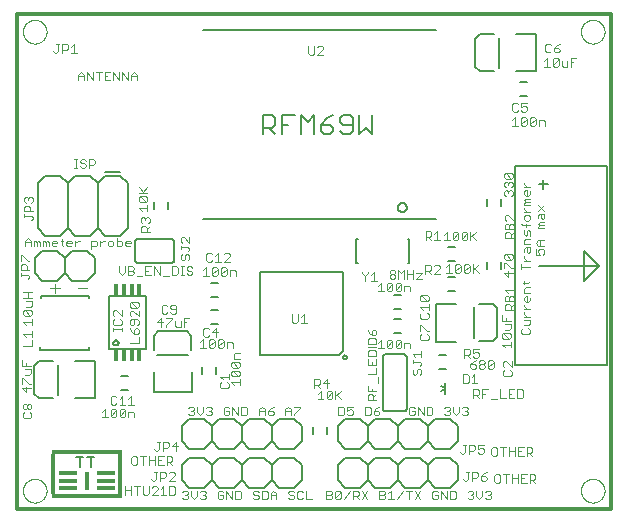
<source format=gto>
G75*
%MOIN*%
%OFA0B0*%
%FSLAX25Y25*%
%IPPOS*%
%LPD*%
%AMOC8*
5,1,8,0,0,1.08239X$1,22.5*
%
%ADD10C,0.00000*%
%ADD11C,0.01200*%
%ADD12C,0.00300*%
%ADD13R,0.06250X0.01250*%
%ADD14R,0.01250X0.06250*%
%ADD15C,0.00800*%
%ADD16R,0.23750X0.01250*%
%ADD17R,0.01400X0.13600*%
%ADD18C,0.00400*%
%ADD19C,0.00500*%
%ADD20C,0.00600*%
%ADD21R,0.01181X0.03937*%
D10*
X0003863Y0007800D02*
X0003865Y0007925D01*
X0003871Y0008050D01*
X0003881Y0008174D01*
X0003895Y0008298D01*
X0003912Y0008422D01*
X0003934Y0008545D01*
X0003960Y0008667D01*
X0003989Y0008789D01*
X0004022Y0008909D01*
X0004060Y0009028D01*
X0004100Y0009147D01*
X0004145Y0009263D01*
X0004193Y0009378D01*
X0004245Y0009492D01*
X0004301Y0009604D01*
X0004360Y0009714D01*
X0004422Y0009822D01*
X0004488Y0009929D01*
X0004557Y0010033D01*
X0004630Y0010134D01*
X0004705Y0010234D01*
X0004784Y0010331D01*
X0004866Y0010425D01*
X0004951Y0010517D01*
X0005038Y0010606D01*
X0005129Y0010692D01*
X0005222Y0010775D01*
X0005318Y0010856D01*
X0005416Y0010933D01*
X0005516Y0011007D01*
X0005619Y0011078D01*
X0005724Y0011145D01*
X0005832Y0011210D01*
X0005941Y0011270D01*
X0006052Y0011328D01*
X0006165Y0011381D01*
X0006279Y0011431D01*
X0006395Y0011478D01*
X0006512Y0011520D01*
X0006631Y0011559D01*
X0006751Y0011595D01*
X0006872Y0011626D01*
X0006994Y0011654D01*
X0007116Y0011677D01*
X0007240Y0011697D01*
X0007364Y0011713D01*
X0007488Y0011725D01*
X0007613Y0011733D01*
X0007738Y0011737D01*
X0007862Y0011737D01*
X0007987Y0011733D01*
X0008112Y0011725D01*
X0008236Y0011713D01*
X0008360Y0011697D01*
X0008484Y0011677D01*
X0008606Y0011654D01*
X0008728Y0011626D01*
X0008849Y0011595D01*
X0008969Y0011559D01*
X0009088Y0011520D01*
X0009205Y0011478D01*
X0009321Y0011431D01*
X0009435Y0011381D01*
X0009548Y0011328D01*
X0009659Y0011270D01*
X0009769Y0011210D01*
X0009876Y0011145D01*
X0009981Y0011078D01*
X0010084Y0011007D01*
X0010184Y0010933D01*
X0010282Y0010856D01*
X0010378Y0010775D01*
X0010471Y0010692D01*
X0010562Y0010606D01*
X0010649Y0010517D01*
X0010734Y0010425D01*
X0010816Y0010331D01*
X0010895Y0010234D01*
X0010970Y0010134D01*
X0011043Y0010033D01*
X0011112Y0009929D01*
X0011178Y0009822D01*
X0011240Y0009714D01*
X0011299Y0009604D01*
X0011355Y0009492D01*
X0011407Y0009378D01*
X0011455Y0009263D01*
X0011500Y0009147D01*
X0011540Y0009028D01*
X0011578Y0008909D01*
X0011611Y0008789D01*
X0011640Y0008667D01*
X0011666Y0008545D01*
X0011688Y0008422D01*
X0011705Y0008298D01*
X0011719Y0008174D01*
X0011729Y0008050D01*
X0011735Y0007925D01*
X0011737Y0007800D01*
X0011735Y0007675D01*
X0011729Y0007550D01*
X0011719Y0007426D01*
X0011705Y0007302D01*
X0011688Y0007178D01*
X0011666Y0007055D01*
X0011640Y0006933D01*
X0011611Y0006811D01*
X0011578Y0006691D01*
X0011540Y0006572D01*
X0011500Y0006453D01*
X0011455Y0006337D01*
X0011407Y0006222D01*
X0011355Y0006108D01*
X0011299Y0005996D01*
X0011240Y0005886D01*
X0011178Y0005778D01*
X0011112Y0005671D01*
X0011043Y0005567D01*
X0010970Y0005466D01*
X0010895Y0005366D01*
X0010816Y0005269D01*
X0010734Y0005175D01*
X0010649Y0005083D01*
X0010562Y0004994D01*
X0010471Y0004908D01*
X0010378Y0004825D01*
X0010282Y0004744D01*
X0010184Y0004667D01*
X0010084Y0004593D01*
X0009981Y0004522D01*
X0009876Y0004455D01*
X0009768Y0004390D01*
X0009659Y0004330D01*
X0009548Y0004272D01*
X0009435Y0004219D01*
X0009321Y0004169D01*
X0009205Y0004122D01*
X0009088Y0004080D01*
X0008969Y0004041D01*
X0008849Y0004005D01*
X0008728Y0003974D01*
X0008606Y0003946D01*
X0008484Y0003923D01*
X0008360Y0003903D01*
X0008236Y0003887D01*
X0008112Y0003875D01*
X0007987Y0003867D01*
X0007862Y0003863D01*
X0007738Y0003863D01*
X0007613Y0003867D01*
X0007488Y0003875D01*
X0007364Y0003887D01*
X0007240Y0003903D01*
X0007116Y0003923D01*
X0006994Y0003946D01*
X0006872Y0003974D01*
X0006751Y0004005D01*
X0006631Y0004041D01*
X0006512Y0004080D01*
X0006395Y0004122D01*
X0006279Y0004169D01*
X0006165Y0004219D01*
X0006052Y0004272D01*
X0005941Y0004330D01*
X0005831Y0004390D01*
X0005724Y0004455D01*
X0005619Y0004522D01*
X0005516Y0004593D01*
X0005416Y0004667D01*
X0005318Y0004744D01*
X0005222Y0004825D01*
X0005129Y0004908D01*
X0005038Y0004994D01*
X0004951Y0005083D01*
X0004866Y0005175D01*
X0004784Y0005269D01*
X0004705Y0005366D01*
X0004630Y0005466D01*
X0004557Y0005567D01*
X0004488Y0005671D01*
X0004422Y0005778D01*
X0004360Y0005886D01*
X0004301Y0005996D01*
X0004245Y0006108D01*
X0004193Y0006222D01*
X0004145Y0006337D01*
X0004100Y0006453D01*
X0004060Y0006572D01*
X0004022Y0006691D01*
X0003989Y0006811D01*
X0003960Y0006933D01*
X0003934Y0007055D01*
X0003912Y0007178D01*
X0003895Y0007302D01*
X0003881Y0007426D01*
X0003871Y0007550D01*
X0003865Y0007675D01*
X0003863Y0007800D01*
X0003863Y0160800D02*
X0003865Y0160925D01*
X0003871Y0161050D01*
X0003881Y0161174D01*
X0003895Y0161298D01*
X0003912Y0161422D01*
X0003934Y0161545D01*
X0003960Y0161667D01*
X0003989Y0161789D01*
X0004022Y0161909D01*
X0004060Y0162028D01*
X0004100Y0162147D01*
X0004145Y0162263D01*
X0004193Y0162378D01*
X0004245Y0162492D01*
X0004301Y0162604D01*
X0004360Y0162714D01*
X0004422Y0162822D01*
X0004488Y0162929D01*
X0004557Y0163033D01*
X0004630Y0163134D01*
X0004705Y0163234D01*
X0004784Y0163331D01*
X0004866Y0163425D01*
X0004951Y0163517D01*
X0005038Y0163606D01*
X0005129Y0163692D01*
X0005222Y0163775D01*
X0005318Y0163856D01*
X0005416Y0163933D01*
X0005516Y0164007D01*
X0005619Y0164078D01*
X0005724Y0164145D01*
X0005832Y0164210D01*
X0005941Y0164270D01*
X0006052Y0164328D01*
X0006165Y0164381D01*
X0006279Y0164431D01*
X0006395Y0164478D01*
X0006512Y0164520D01*
X0006631Y0164559D01*
X0006751Y0164595D01*
X0006872Y0164626D01*
X0006994Y0164654D01*
X0007116Y0164677D01*
X0007240Y0164697D01*
X0007364Y0164713D01*
X0007488Y0164725D01*
X0007613Y0164733D01*
X0007738Y0164737D01*
X0007862Y0164737D01*
X0007987Y0164733D01*
X0008112Y0164725D01*
X0008236Y0164713D01*
X0008360Y0164697D01*
X0008484Y0164677D01*
X0008606Y0164654D01*
X0008728Y0164626D01*
X0008849Y0164595D01*
X0008969Y0164559D01*
X0009088Y0164520D01*
X0009205Y0164478D01*
X0009321Y0164431D01*
X0009435Y0164381D01*
X0009548Y0164328D01*
X0009659Y0164270D01*
X0009769Y0164210D01*
X0009876Y0164145D01*
X0009981Y0164078D01*
X0010084Y0164007D01*
X0010184Y0163933D01*
X0010282Y0163856D01*
X0010378Y0163775D01*
X0010471Y0163692D01*
X0010562Y0163606D01*
X0010649Y0163517D01*
X0010734Y0163425D01*
X0010816Y0163331D01*
X0010895Y0163234D01*
X0010970Y0163134D01*
X0011043Y0163033D01*
X0011112Y0162929D01*
X0011178Y0162822D01*
X0011240Y0162714D01*
X0011299Y0162604D01*
X0011355Y0162492D01*
X0011407Y0162378D01*
X0011455Y0162263D01*
X0011500Y0162147D01*
X0011540Y0162028D01*
X0011578Y0161909D01*
X0011611Y0161789D01*
X0011640Y0161667D01*
X0011666Y0161545D01*
X0011688Y0161422D01*
X0011705Y0161298D01*
X0011719Y0161174D01*
X0011729Y0161050D01*
X0011735Y0160925D01*
X0011737Y0160800D01*
X0011735Y0160675D01*
X0011729Y0160550D01*
X0011719Y0160426D01*
X0011705Y0160302D01*
X0011688Y0160178D01*
X0011666Y0160055D01*
X0011640Y0159933D01*
X0011611Y0159811D01*
X0011578Y0159691D01*
X0011540Y0159572D01*
X0011500Y0159453D01*
X0011455Y0159337D01*
X0011407Y0159222D01*
X0011355Y0159108D01*
X0011299Y0158996D01*
X0011240Y0158886D01*
X0011178Y0158778D01*
X0011112Y0158671D01*
X0011043Y0158567D01*
X0010970Y0158466D01*
X0010895Y0158366D01*
X0010816Y0158269D01*
X0010734Y0158175D01*
X0010649Y0158083D01*
X0010562Y0157994D01*
X0010471Y0157908D01*
X0010378Y0157825D01*
X0010282Y0157744D01*
X0010184Y0157667D01*
X0010084Y0157593D01*
X0009981Y0157522D01*
X0009876Y0157455D01*
X0009768Y0157390D01*
X0009659Y0157330D01*
X0009548Y0157272D01*
X0009435Y0157219D01*
X0009321Y0157169D01*
X0009205Y0157122D01*
X0009088Y0157080D01*
X0008969Y0157041D01*
X0008849Y0157005D01*
X0008728Y0156974D01*
X0008606Y0156946D01*
X0008484Y0156923D01*
X0008360Y0156903D01*
X0008236Y0156887D01*
X0008112Y0156875D01*
X0007987Y0156867D01*
X0007862Y0156863D01*
X0007738Y0156863D01*
X0007613Y0156867D01*
X0007488Y0156875D01*
X0007364Y0156887D01*
X0007240Y0156903D01*
X0007116Y0156923D01*
X0006994Y0156946D01*
X0006872Y0156974D01*
X0006751Y0157005D01*
X0006631Y0157041D01*
X0006512Y0157080D01*
X0006395Y0157122D01*
X0006279Y0157169D01*
X0006165Y0157219D01*
X0006052Y0157272D01*
X0005941Y0157330D01*
X0005831Y0157390D01*
X0005724Y0157455D01*
X0005619Y0157522D01*
X0005516Y0157593D01*
X0005416Y0157667D01*
X0005318Y0157744D01*
X0005222Y0157825D01*
X0005129Y0157908D01*
X0005038Y0157994D01*
X0004951Y0158083D01*
X0004866Y0158175D01*
X0004784Y0158269D01*
X0004705Y0158366D01*
X0004630Y0158466D01*
X0004557Y0158567D01*
X0004488Y0158671D01*
X0004422Y0158778D01*
X0004360Y0158886D01*
X0004301Y0158996D01*
X0004245Y0159108D01*
X0004193Y0159222D01*
X0004145Y0159337D01*
X0004100Y0159453D01*
X0004060Y0159572D01*
X0004022Y0159691D01*
X0003989Y0159811D01*
X0003960Y0159933D01*
X0003934Y0160055D01*
X0003912Y0160178D01*
X0003895Y0160302D01*
X0003881Y0160426D01*
X0003871Y0160550D01*
X0003865Y0160675D01*
X0003863Y0160800D01*
X0189863Y0160800D02*
X0189865Y0160925D01*
X0189871Y0161050D01*
X0189881Y0161174D01*
X0189895Y0161298D01*
X0189912Y0161422D01*
X0189934Y0161545D01*
X0189960Y0161667D01*
X0189989Y0161789D01*
X0190022Y0161909D01*
X0190060Y0162028D01*
X0190100Y0162147D01*
X0190145Y0162263D01*
X0190193Y0162378D01*
X0190245Y0162492D01*
X0190301Y0162604D01*
X0190360Y0162714D01*
X0190422Y0162822D01*
X0190488Y0162929D01*
X0190557Y0163033D01*
X0190630Y0163134D01*
X0190705Y0163234D01*
X0190784Y0163331D01*
X0190866Y0163425D01*
X0190951Y0163517D01*
X0191038Y0163606D01*
X0191129Y0163692D01*
X0191222Y0163775D01*
X0191318Y0163856D01*
X0191416Y0163933D01*
X0191516Y0164007D01*
X0191619Y0164078D01*
X0191724Y0164145D01*
X0191832Y0164210D01*
X0191941Y0164270D01*
X0192052Y0164328D01*
X0192165Y0164381D01*
X0192279Y0164431D01*
X0192395Y0164478D01*
X0192512Y0164520D01*
X0192631Y0164559D01*
X0192751Y0164595D01*
X0192872Y0164626D01*
X0192994Y0164654D01*
X0193116Y0164677D01*
X0193240Y0164697D01*
X0193364Y0164713D01*
X0193488Y0164725D01*
X0193613Y0164733D01*
X0193738Y0164737D01*
X0193862Y0164737D01*
X0193987Y0164733D01*
X0194112Y0164725D01*
X0194236Y0164713D01*
X0194360Y0164697D01*
X0194484Y0164677D01*
X0194606Y0164654D01*
X0194728Y0164626D01*
X0194849Y0164595D01*
X0194969Y0164559D01*
X0195088Y0164520D01*
X0195205Y0164478D01*
X0195321Y0164431D01*
X0195435Y0164381D01*
X0195548Y0164328D01*
X0195659Y0164270D01*
X0195769Y0164210D01*
X0195876Y0164145D01*
X0195981Y0164078D01*
X0196084Y0164007D01*
X0196184Y0163933D01*
X0196282Y0163856D01*
X0196378Y0163775D01*
X0196471Y0163692D01*
X0196562Y0163606D01*
X0196649Y0163517D01*
X0196734Y0163425D01*
X0196816Y0163331D01*
X0196895Y0163234D01*
X0196970Y0163134D01*
X0197043Y0163033D01*
X0197112Y0162929D01*
X0197178Y0162822D01*
X0197240Y0162714D01*
X0197299Y0162604D01*
X0197355Y0162492D01*
X0197407Y0162378D01*
X0197455Y0162263D01*
X0197500Y0162147D01*
X0197540Y0162028D01*
X0197578Y0161909D01*
X0197611Y0161789D01*
X0197640Y0161667D01*
X0197666Y0161545D01*
X0197688Y0161422D01*
X0197705Y0161298D01*
X0197719Y0161174D01*
X0197729Y0161050D01*
X0197735Y0160925D01*
X0197737Y0160800D01*
X0197735Y0160675D01*
X0197729Y0160550D01*
X0197719Y0160426D01*
X0197705Y0160302D01*
X0197688Y0160178D01*
X0197666Y0160055D01*
X0197640Y0159933D01*
X0197611Y0159811D01*
X0197578Y0159691D01*
X0197540Y0159572D01*
X0197500Y0159453D01*
X0197455Y0159337D01*
X0197407Y0159222D01*
X0197355Y0159108D01*
X0197299Y0158996D01*
X0197240Y0158886D01*
X0197178Y0158778D01*
X0197112Y0158671D01*
X0197043Y0158567D01*
X0196970Y0158466D01*
X0196895Y0158366D01*
X0196816Y0158269D01*
X0196734Y0158175D01*
X0196649Y0158083D01*
X0196562Y0157994D01*
X0196471Y0157908D01*
X0196378Y0157825D01*
X0196282Y0157744D01*
X0196184Y0157667D01*
X0196084Y0157593D01*
X0195981Y0157522D01*
X0195876Y0157455D01*
X0195768Y0157390D01*
X0195659Y0157330D01*
X0195548Y0157272D01*
X0195435Y0157219D01*
X0195321Y0157169D01*
X0195205Y0157122D01*
X0195088Y0157080D01*
X0194969Y0157041D01*
X0194849Y0157005D01*
X0194728Y0156974D01*
X0194606Y0156946D01*
X0194484Y0156923D01*
X0194360Y0156903D01*
X0194236Y0156887D01*
X0194112Y0156875D01*
X0193987Y0156867D01*
X0193862Y0156863D01*
X0193738Y0156863D01*
X0193613Y0156867D01*
X0193488Y0156875D01*
X0193364Y0156887D01*
X0193240Y0156903D01*
X0193116Y0156923D01*
X0192994Y0156946D01*
X0192872Y0156974D01*
X0192751Y0157005D01*
X0192631Y0157041D01*
X0192512Y0157080D01*
X0192395Y0157122D01*
X0192279Y0157169D01*
X0192165Y0157219D01*
X0192052Y0157272D01*
X0191941Y0157330D01*
X0191831Y0157390D01*
X0191724Y0157455D01*
X0191619Y0157522D01*
X0191516Y0157593D01*
X0191416Y0157667D01*
X0191318Y0157744D01*
X0191222Y0157825D01*
X0191129Y0157908D01*
X0191038Y0157994D01*
X0190951Y0158083D01*
X0190866Y0158175D01*
X0190784Y0158269D01*
X0190705Y0158366D01*
X0190630Y0158466D01*
X0190557Y0158567D01*
X0190488Y0158671D01*
X0190422Y0158778D01*
X0190360Y0158886D01*
X0190301Y0158996D01*
X0190245Y0159108D01*
X0190193Y0159222D01*
X0190145Y0159337D01*
X0190100Y0159453D01*
X0190060Y0159572D01*
X0190022Y0159691D01*
X0189989Y0159811D01*
X0189960Y0159933D01*
X0189934Y0160055D01*
X0189912Y0160178D01*
X0189895Y0160302D01*
X0189881Y0160426D01*
X0189871Y0160550D01*
X0189865Y0160675D01*
X0189863Y0160800D01*
X0189863Y0007800D02*
X0189865Y0007925D01*
X0189871Y0008050D01*
X0189881Y0008174D01*
X0189895Y0008298D01*
X0189912Y0008422D01*
X0189934Y0008545D01*
X0189960Y0008667D01*
X0189989Y0008789D01*
X0190022Y0008909D01*
X0190060Y0009028D01*
X0190100Y0009147D01*
X0190145Y0009263D01*
X0190193Y0009378D01*
X0190245Y0009492D01*
X0190301Y0009604D01*
X0190360Y0009714D01*
X0190422Y0009822D01*
X0190488Y0009929D01*
X0190557Y0010033D01*
X0190630Y0010134D01*
X0190705Y0010234D01*
X0190784Y0010331D01*
X0190866Y0010425D01*
X0190951Y0010517D01*
X0191038Y0010606D01*
X0191129Y0010692D01*
X0191222Y0010775D01*
X0191318Y0010856D01*
X0191416Y0010933D01*
X0191516Y0011007D01*
X0191619Y0011078D01*
X0191724Y0011145D01*
X0191832Y0011210D01*
X0191941Y0011270D01*
X0192052Y0011328D01*
X0192165Y0011381D01*
X0192279Y0011431D01*
X0192395Y0011478D01*
X0192512Y0011520D01*
X0192631Y0011559D01*
X0192751Y0011595D01*
X0192872Y0011626D01*
X0192994Y0011654D01*
X0193116Y0011677D01*
X0193240Y0011697D01*
X0193364Y0011713D01*
X0193488Y0011725D01*
X0193613Y0011733D01*
X0193738Y0011737D01*
X0193862Y0011737D01*
X0193987Y0011733D01*
X0194112Y0011725D01*
X0194236Y0011713D01*
X0194360Y0011697D01*
X0194484Y0011677D01*
X0194606Y0011654D01*
X0194728Y0011626D01*
X0194849Y0011595D01*
X0194969Y0011559D01*
X0195088Y0011520D01*
X0195205Y0011478D01*
X0195321Y0011431D01*
X0195435Y0011381D01*
X0195548Y0011328D01*
X0195659Y0011270D01*
X0195769Y0011210D01*
X0195876Y0011145D01*
X0195981Y0011078D01*
X0196084Y0011007D01*
X0196184Y0010933D01*
X0196282Y0010856D01*
X0196378Y0010775D01*
X0196471Y0010692D01*
X0196562Y0010606D01*
X0196649Y0010517D01*
X0196734Y0010425D01*
X0196816Y0010331D01*
X0196895Y0010234D01*
X0196970Y0010134D01*
X0197043Y0010033D01*
X0197112Y0009929D01*
X0197178Y0009822D01*
X0197240Y0009714D01*
X0197299Y0009604D01*
X0197355Y0009492D01*
X0197407Y0009378D01*
X0197455Y0009263D01*
X0197500Y0009147D01*
X0197540Y0009028D01*
X0197578Y0008909D01*
X0197611Y0008789D01*
X0197640Y0008667D01*
X0197666Y0008545D01*
X0197688Y0008422D01*
X0197705Y0008298D01*
X0197719Y0008174D01*
X0197729Y0008050D01*
X0197735Y0007925D01*
X0197737Y0007800D01*
X0197735Y0007675D01*
X0197729Y0007550D01*
X0197719Y0007426D01*
X0197705Y0007302D01*
X0197688Y0007178D01*
X0197666Y0007055D01*
X0197640Y0006933D01*
X0197611Y0006811D01*
X0197578Y0006691D01*
X0197540Y0006572D01*
X0197500Y0006453D01*
X0197455Y0006337D01*
X0197407Y0006222D01*
X0197355Y0006108D01*
X0197299Y0005996D01*
X0197240Y0005886D01*
X0197178Y0005778D01*
X0197112Y0005671D01*
X0197043Y0005567D01*
X0196970Y0005466D01*
X0196895Y0005366D01*
X0196816Y0005269D01*
X0196734Y0005175D01*
X0196649Y0005083D01*
X0196562Y0004994D01*
X0196471Y0004908D01*
X0196378Y0004825D01*
X0196282Y0004744D01*
X0196184Y0004667D01*
X0196084Y0004593D01*
X0195981Y0004522D01*
X0195876Y0004455D01*
X0195768Y0004390D01*
X0195659Y0004330D01*
X0195548Y0004272D01*
X0195435Y0004219D01*
X0195321Y0004169D01*
X0195205Y0004122D01*
X0195088Y0004080D01*
X0194969Y0004041D01*
X0194849Y0004005D01*
X0194728Y0003974D01*
X0194606Y0003946D01*
X0194484Y0003923D01*
X0194360Y0003903D01*
X0194236Y0003887D01*
X0194112Y0003875D01*
X0193987Y0003867D01*
X0193862Y0003863D01*
X0193738Y0003863D01*
X0193613Y0003867D01*
X0193488Y0003875D01*
X0193364Y0003887D01*
X0193240Y0003903D01*
X0193116Y0003923D01*
X0192994Y0003946D01*
X0192872Y0003974D01*
X0192751Y0004005D01*
X0192631Y0004041D01*
X0192512Y0004080D01*
X0192395Y0004122D01*
X0192279Y0004169D01*
X0192165Y0004219D01*
X0192052Y0004272D01*
X0191941Y0004330D01*
X0191831Y0004390D01*
X0191724Y0004455D01*
X0191619Y0004522D01*
X0191516Y0004593D01*
X0191416Y0004667D01*
X0191318Y0004744D01*
X0191222Y0004825D01*
X0191129Y0004908D01*
X0191038Y0004994D01*
X0190951Y0005083D01*
X0190866Y0005175D01*
X0190784Y0005269D01*
X0190705Y0005366D01*
X0190630Y0005466D01*
X0190557Y0005567D01*
X0190488Y0005671D01*
X0190422Y0005778D01*
X0190360Y0005886D01*
X0190301Y0005996D01*
X0190245Y0006108D01*
X0190193Y0006222D01*
X0190145Y0006337D01*
X0190100Y0006453D01*
X0190060Y0006572D01*
X0190022Y0006691D01*
X0189989Y0006811D01*
X0189960Y0006933D01*
X0189934Y0007055D01*
X0189912Y0007178D01*
X0189895Y0007302D01*
X0189881Y0007426D01*
X0189871Y0007550D01*
X0189865Y0007675D01*
X0189863Y0007800D01*
D11*
X0001800Y0001800D02*
X0001800Y0166800D01*
X0199800Y0166800D01*
X0199800Y0001800D01*
X0001800Y0001800D01*
D12*
X0004294Y0031950D02*
X0006229Y0031950D01*
X0006713Y0032434D01*
X0006713Y0033401D01*
X0006229Y0033885D01*
X0006229Y0034897D02*
X0005746Y0034897D01*
X0005262Y0035380D01*
X0005262Y0036348D01*
X0005746Y0036831D01*
X0006229Y0036831D01*
X0006713Y0036348D01*
X0006713Y0035380D01*
X0006229Y0034897D01*
X0005262Y0035380D02*
X0004778Y0034897D01*
X0004294Y0034897D01*
X0003811Y0035380D01*
X0003811Y0036348D01*
X0004294Y0036831D01*
X0004778Y0036831D01*
X0005262Y0036348D01*
X0004294Y0033885D02*
X0003811Y0033401D01*
X0003811Y0032434D01*
X0004294Y0031950D01*
X0004955Y0040556D02*
X0003503Y0042008D01*
X0006406Y0042008D01*
X0006406Y0043503D02*
X0005922Y0043503D01*
X0003987Y0045438D01*
X0003503Y0045438D01*
X0003503Y0043503D01*
X0004955Y0042491D02*
X0004955Y0040556D01*
X0004471Y0046449D02*
X0005922Y0046449D01*
X0006406Y0046933D01*
X0006406Y0048384D01*
X0004471Y0048384D01*
X0004955Y0049396D02*
X0004955Y0050363D01*
X0006406Y0049396D02*
X0003503Y0049396D01*
X0003503Y0051331D01*
X0003948Y0056057D02*
X0006850Y0056057D01*
X0006850Y0057992D01*
X0006850Y0059003D02*
X0006850Y0060938D01*
X0006850Y0059971D02*
X0003948Y0059971D01*
X0004915Y0059003D01*
X0004915Y0063164D02*
X0003948Y0064131D01*
X0006850Y0064131D01*
X0006850Y0063164D02*
X0006850Y0065099D01*
X0006366Y0066110D02*
X0004431Y0066110D01*
X0003948Y0066594D01*
X0003948Y0067562D01*
X0004431Y0068045D01*
X0006366Y0066110D01*
X0006850Y0066594D01*
X0006850Y0067562D01*
X0006366Y0068045D01*
X0004431Y0068045D01*
X0004915Y0069057D02*
X0006366Y0069057D01*
X0006850Y0069541D01*
X0006850Y0070992D01*
X0004915Y0070992D01*
X0005399Y0072003D02*
X0005399Y0073938D01*
X0003948Y0073938D02*
X0006850Y0073938D01*
X0006850Y0072003D02*
X0003948Y0072003D01*
X0005566Y0078410D02*
X0006050Y0078894D01*
X0006050Y0079378D01*
X0005566Y0079862D01*
X0003148Y0079862D01*
X0003148Y0080345D02*
X0003148Y0079378D01*
X0003148Y0081357D02*
X0003148Y0082808D01*
X0003631Y0083292D01*
X0004599Y0083292D01*
X0005083Y0082808D01*
X0005083Y0081357D01*
X0006050Y0081357D02*
X0003148Y0081357D01*
X0003148Y0084303D02*
X0003148Y0086238D01*
X0003631Y0086238D01*
X0005566Y0084303D01*
X0006050Y0084303D01*
X0006545Y0089250D02*
X0006545Y0091185D01*
X0005577Y0092152D01*
X0004610Y0091185D01*
X0004610Y0089250D01*
X0004610Y0090701D02*
X0006545Y0090701D01*
X0007556Y0091185D02*
X0007556Y0089250D01*
X0008524Y0089250D02*
X0008524Y0090701D01*
X0009007Y0091185D01*
X0009491Y0090701D01*
X0009491Y0089250D01*
X0010503Y0089250D02*
X0010503Y0091185D01*
X0010986Y0091185D01*
X0011470Y0090701D01*
X0011954Y0091185D01*
X0012438Y0090701D01*
X0012438Y0089250D01*
X0011470Y0089250D02*
X0011470Y0090701D01*
X0013449Y0090701D02*
X0013933Y0091185D01*
X0014900Y0091185D01*
X0015384Y0090701D01*
X0015384Y0090217D01*
X0013449Y0090217D01*
X0013449Y0089734D02*
X0013449Y0090701D01*
X0013449Y0089734D02*
X0013933Y0089250D01*
X0014900Y0089250D01*
X0016879Y0089734D02*
X0017363Y0089250D01*
X0016879Y0089734D02*
X0016879Y0091669D01*
X0016396Y0091185D02*
X0017363Y0091185D01*
X0018360Y0090701D02*
X0018844Y0091185D01*
X0019811Y0091185D01*
X0020295Y0090701D01*
X0020295Y0090217D01*
X0018360Y0090217D01*
X0018360Y0089734D02*
X0018360Y0090701D01*
X0018360Y0089734D02*
X0018844Y0089250D01*
X0019811Y0089250D01*
X0021307Y0089250D02*
X0021307Y0091185D01*
X0022274Y0091185D02*
X0021307Y0090217D01*
X0022274Y0091185D02*
X0022758Y0091185D01*
X0026708Y0091185D02*
X0026708Y0088283D01*
X0026708Y0089250D02*
X0028160Y0089250D01*
X0028643Y0089734D01*
X0028643Y0090701D01*
X0028160Y0091185D01*
X0026708Y0091185D01*
X0029655Y0091185D02*
X0029655Y0089250D01*
X0029655Y0090217D02*
X0030622Y0091185D01*
X0031106Y0091185D01*
X0032110Y0090701D02*
X0032110Y0089734D01*
X0032594Y0089250D01*
X0033562Y0089250D01*
X0034045Y0089734D01*
X0034045Y0090701D01*
X0033562Y0091185D01*
X0032594Y0091185D01*
X0032110Y0090701D01*
X0035057Y0091185D02*
X0036508Y0091185D01*
X0036992Y0090701D01*
X0036992Y0089734D01*
X0036508Y0089250D01*
X0035057Y0089250D01*
X0035057Y0092152D01*
X0038003Y0090701D02*
X0038487Y0091185D01*
X0039455Y0091185D01*
X0039938Y0090701D01*
X0039938Y0090217D01*
X0038003Y0090217D01*
X0038003Y0089734D02*
X0038003Y0090701D01*
X0038003Y0089734D02*
X0038487Y0089250D01*
X0039455Y0089250D01*
X0043198Y0094057D02*
X0043198Y0095508D01*
X0043681Y0095992D01*
X0044649Y0095992D01*
X0045133Y0095508D01*
X0045133Y0094057D01*
X0046100Y0094057D02*
X0043198Y0094057D01*
X0045133Y0095024D02*
X0046100Y0095992D01*
X0045616Y0097003D02*
X0046100Y0097487D01*
X0046100Y0098455D01*
X0045616Y0098938D01*
X0045133Y0098938D01*
X0044649Y0098455D01*
X0044649Y0097971D01*
X0044649Y0098455D02*
X0044165Y0098938D01*
X0043681Y0098938D01*
X0043198Y0098455D01*
X0043198Y0097487D01*
X0043681Y0097003D01*
X0043415Y0101110D02*
X0042448Y0102078D01*
X0045350Y0102078D01*
X0045350Y0103045D02*
X0045350Y0101110D01*
X0044866Y0104057D02*
X0042931Y0104057D01*
X0042448Y0104541D01*
X0042448Y0105508D01*
X0042931Y0105992D01*
X0044866Y0104057D01*
X0045350Y0104541D01*
X0045350Y0105508D01*
X0044866Y0105992D01*
X0042931Y0105992D01*
X0042448Y0107003D02*
X0045350Y0107003D01*
X0044383Y0107003D02*
X0042448Y0108938D01*
X0043899Y0107487D02*
X0045350Y0108938D01*
X0027796Y0116901D02*
X0027312Y0116417D01*
X0025861Y0116417D01*
X0025861Y0115450D02*
X0025861Y0118352D01*
X0027312Y0118352D01*
X0027796Y0117869D01*
X0027796Y0116901D01*
X0024849Y0116417D02*
X0024849Y0115934D01*
X0024366Y0115450D01*
X0023398Y0115450D01*
X0022914Y0115934D01*
X0023398Y0116901D02*
X0024366Y0116901D01*
X0024849Y0116417D01*
X0024849Y0117869D02*
X0024366Y0118352D01*
X0023398Y0118352D01*
X0022914Y0117869D01*
X0022914Y0117385D01*
X0023398Y0116901D01*
X0021917Y0115450D02*
X0020950Y0115450D01*
X0021434Y0115450D02*
X0021434Y0118352D01*
X0021917Y0118352D02*
X0020950Y0118352D01*
X0007150Y0105294D02*
X0007150Y0104327D01*
X0006666Y0103843D01*
X0005699Y0104811D02*
X0005699Y0105294D01*
X0006183Y0105778D01*
X0006666Y0105778D01*
X0007150Y0105294D01*
X0005699Y0105294D02*
X0005215Y0105778D01*
X0004731Y0105778D01*
X0004248Y0105294D01*
X0004248Y0104327D01*
X0004731Y0103843D01*
X0004731Y0102831D02*
X0005699Y0102831D01*
X0006183Y0102348D01*
X0006183Y0100897D01*
X0007150Y0100897D02*
X0004248Y0100897D01*
X0004248Y0102348D01*
X0004731Y0102831D01*
X0004248Y0099885D02*
X0004248Y0098917D01*
X0004248Y0099401D02*
X0006666Y0099401D01*
X0007150Y0098917D01*
X0007150Y0098434D01*
X0006666Y0097950D01*
X0007556Y0091185D02*
X0008040Y0091185D01*
X0008524Y0090701D01*
X0035838Y0082652D02*
X0035838Y0080717D01*
X0036806Y0079750D01*
X0037773Y0080717D01*
X0037773Y0082652D01*
X0038785Y0082652D02*
X0040236Y0082652D01*
X0040720Y0082169D01*
X0040720Y0081685D01*
X0040236Y0081201D01*
X0038785Y0081201D01*
X0038785Y0079750D02*
X0040236Y0079750D01*
X0040720Y0080234D01*
X0040720Y0080717D01*
X0040236Y0081201D01*
X0038785Y0079750D02*
X0038785Y0082652D01*
X0041731Y0079266D02*
X0043666Y0079266D01*
X0044678Y0079750D02*
X0046613Y0079750D01*
X0047624Y0079750D02*
X0047624Y0082652D01*
X0049559Y0079750D01*
X0049559Y0082652D01*
X0046613Y0082652D02*
X0044678Y0082652D01*
X0044678Y0079750D01*
X0044678Y0081201D02*
X0045645Y0081201D01*
X0050571Y0079266D02*
X0052506Y0079266D01*
X0053517Y0079750D02*
X0054969Y0079750D01*
X0055452Y0080234D01*
X0055452Y0082169D01*
X0054969Y0082652D01*
X0053517Y0082652D01*
X0053517Y0079750D01*
X0056464Y0079750D02*
X0057431Y0079750D01*
X0056948Y0079750D02*
X0056948Y0082652D01*
X0057431Y0082652D02*
X0056464Y0082652D01*
X0056931Y0084610D02*
X0056448Y0085094D01*
X0056448Y0086062D01*
X0056931Y0086545D01*
X0057899Y0086062D02*
X0058383Y0086545D01*
X0058866Y0086545D01*
X0059350Y0086062D01*
X0059350Y0085094D01*
X0058866Y0084610D01*
X0057899Y0085094D02*
X0057899Y0086062D01*
X0057899Y0085094D02*
X0057415Y0084610D01*
X0056931Y0084610D01*
X0058912Y0082652D02*
X0058428Y0082169D01*
X0058428Y0081685D01*
X0058912Y0081201D01*
X0059880Y0081201D01*
X0060363Y0080717D01*
X0060363Y0080234D01*
X0059880Y0079750D01*
X0058912Y0079750D01*
X0058428Y0080234D01*
X0060363Y0082169D02*
X0059880Y0082652D01*
X0058912Y0082652D01*
X0058866Y0087557D02*
X0059350Y0088041D01*
X0059350Y0088524D01*
X0058866Y0089008D01*
X0056448Y0089008D01*
X0056448Y0088524D02*
X0056448Y0089492D01*
X0056931Y0090503D02*
X0056448Y0090987D01*
X0056448Y0091955D01*
X0056931Y0092438D01*
X0057415Y0092438D01*
X0059350Y0090503D01*
X0059350Y0092438D01*
X0064950Y0086619D02*
X0064950Y0084684D01*
X0065434Y0084200D01*
X0066401Y0084200D01*
X0066885Y0084684D01*
X0067897Y0084200D02*
X0069831Y0084200D01*
X0068864Y0084200D02*
X0068864Y0087102D01*
X0067897Y0086135D01*
X0066885Y0086619D02*
X0066401Y0087102D01*
X0065434Y0087102D01*
X0064950Y0086619D01*
X0064917Y0082352D02*
X0063950Y0081385D01*
X0064917Y0082352D02*
X0064917Y0079450D01*
X0063950Y0079450D02*
X0065885Y0079450D01*
X0066897Y0079934D02*
X0066897Y0081869D01*
X0067380Y0082352D01*
X0068348Y0082352D01*
X0068831Y0081869D01*
X0066897Y0079934D01*
X0067380Y0079450D01*
X0068348Y0079450D01*
X0068831Y0079934D01*
X0068831Y0081869D01*
X0069843Y0081869D02*
X0070327Y0082352D01*
X0071294Y0082352D01*
X0071778Y0081869D01*
X0069843Y0079934D01*
X0070327Y0079450D01*
X0071294Y0079450D01*
X0071778Y0079934D01*
X0071778Y0081869D01*
X0072790Y0081385D02*
X0072790Y0079450D01*
X0074725Y0079450D02*
X0074725Y0080901D01*
X0074241Y0081385D01*
X0072790Y0081385D01*
X0072778Y0084200D02*
X0070843Y0084200D01*
X0072778Y0086135D01*
X0072778Y0086619D01*
X0072294Y0087102D01*
X0071327Y0087102D01*
X0070843Y0086619D01*
X0069843Y0081869D02*
X0069843Y0079934D01*
X0054938Y0069232D02*
X0054455Y0069715D01*
X0053487Y0069715D01*
X0053003Y0069232D01*
X0053003Y0068748D01*
X0053487Y0068264D01*
X0054938Y0068264D01*
X0054938Y0067297D02*
X0054938Y0069232D01*
X0054938Y0067297D02*
X0054455Y0066813D01*
X0053487Y0066813D01*
X0053003Y0067297D01*
X0051992Y0067297D02*
X0051508Y0066813D01*
X0050541Y0066813D01*
X0050057Y0067297D01*
X0050057Y0069232D01*
X0050541Y0069715D01*
X0051508Y0069715D01*
X0051992Y0069232D01*
X0051504Y0065408D02*
X0053439Y0065408D01*
X0053439Y0064925D01*
X0051504Y0062990D01*
X0051504Y0062506D01*
X0050009Y0062506D02*
X0050009Y0065408D01*
X0048558Y0063957D01*
X0050493Y0063957D01*
X0054451Y0064441D02*
X0054451Y0062990D01*
X0054934Y0062506D01*
X0056386Y0062506D01*
X0056386Y0064441D01*
X0057397Y0063957D02*
X0058365Y0063957D01*
X0059332Y0065408D02*
X0057397Y0065408D01*
X0057397Y0062506D01*
X0063950Y0061619D02*
X0063950Y0059684D01*
X0064434Y0059200D01*
X0065401Y0059200D01*
X0065885Y0059684D01*
X0066897Y0060651D02*
X0068348Y0062102D01*
X0068348Y0059200D01*
X0069327Y0058352D02*
X0070294Y0058352D01*
X0070778Y0057869D01*
X0068843Y0055934D01*
X0069327Y0055450D01*
X0070294Y0055450D01*
X0070778Y0055934D01*
X0070778Y0057869D01*
X0071790Y0057385D02*
X0073241Y0057385D01*
X0073725Y0056901D01*
X0073725Y0055450D01*
X0071790Y0055450D02*
X0071790Y0057385D01*
X0069327Y0058352D02*
X0068843Y0057869D01*
X0068843Y0055934D01*
X0067831Y0055934D02*
X0067348Y0055450D01*
X0066380Y0055450D01*
X0065897Y0055934D01*
X0067831Y0057869D01*
X0067831Y0055934D01*
X0065897Y0055934D02*
X0065897Y0057869D01*
X0066380Y0058352D01*
X0067348Y0058352D01*
X0067831Y0057869D01*
X0066897Y0060651D02*
X0068831Y0060651D01*
X0065885Y0061619D02*
X0065401Y0062102D01*
X0064434Y0062102D01*
X0063950Y0061619D01*
X0063917Y0058352D02*
X0063917Y0055450D01*
X0062950Y0055450D02*
X0064885Y0055450D01*
X0062950Y0057385D02*
X0063917Y0058352D01*
X0074215Y0053241D02*
X0074215Y0051790D01*
X0076150Y0051790D01*
X0075666Y0050778D02*
X0076150Y0050294D01*
X0076150Y0049327D01*
X0075666Y0048843D01*
X0073731Y0050778D01*
X0075666Y0050778D01*
X0073731Y0050778D02*
X0073248Y0050294D01*
X0073248Y0049327D01*
X0073731Y0048843D01*
X0075666Y0048843D01*
X0075666Y0047831D02*
X0076150Y0047348D01*
X0076150Y0046380D01*
X0075666Y0045897D01*
X0073731Y0047831D01*
X0075666Y0047831D01*
X0075666Y0045897D02*
X0073731Y0045897D01*
X0073248Y0046380D01*
X0073248Y0047348D01*
X0073731Y0047831D01*
X0072400Y0046831D02*
X0072400Y0044897D01*
X0072400Y0045864D02*
X0069498Y0045864D01*
X0070465Y0044897D01*
X0069981Y0043885D02*
X0069498Y0043401D01*
X0069498Y0042434D01*
X0069981Y0041950D01*
X0071916Y0041950D01*
X0072400Y0042434D01*
X0072400Y0043401D01*
X0071916Y0043885D01*
X0073248Y0043917D02*
X0074215Y0042950D01*
X0073248Y0043917D02*
X0076150Y0043917D01*
X0076150Y0042950D02*
X0076150Y0044885D01*
X0074215Y0053241D02*
X0074699Y0053725D01*
X0076150Y0053725D01*
X0093557Y0064234D02*
X0094041Y0063750D01*
X0095008Y0063750D01*
X0095492Y0064234D01*
X0095492Y0066652D01*
X0096503Y0065685D02*
X0097471Y0066652D01*
X0097471Y0063750D01*
X0098438Y0063750D02*
X0096503Y0063750D01*
X0093557Y0064234D02*
X0093557Y0066652D01*
X0118748Y0061493D02*
X0119231Y0060525D01*
X0120199Y0059558D01*
X0120199Y0061009D01*
X0120683Y0061493D01*
X0121166Y0061493D01*
X0121650Y0061009D01*
X0121650Y0060042D01*
X0121166Y0059558D01*
X0120199Y0059558D01*
X0121166Y0058546D02*
X0119231Y0058546D01*
X0118748Y0058063D01*
X0118748Y0056611D01*
X0121650Y0056611D01*
X0121650Y0058063D01*
X0121166Y0058546D01*
X0122164Y0057185D02*
X0123131Y0058152D01*
X0123131Y0055250D01*
X0122164Y0055250D02*
X0124099Y0055250D01*
X0125110Y0055734D02*
X0127045Y0057669D01*
X0127045Y0055734D01*
X0126562Y0055250D01*
X0125594Y0055250D01*
X0125110Y0055734D01*
X0125110Y0057669D01*
X0125594Y0058152D01*
X0126562Y0058152D01*
X0127045Y0057669D01*
X0128057Y0057669D02*
X0128541Y0058152D01*
X0129508Y0058152D01*
X0129992Y0057669D01*
X0128057Y0055734D01*
X0128541Y0055250D01*
X0129508Y0055250D01*
X0129992Y0055734D01*
X0129992Y0057669D01*
X0131003Y0057185D02*
X0132455Y0057185D01*
X0132938Y0056701D01*
X0132938Y0055250D01*
X0131003Y0055250D02*
X0131003Y0057185D01*
X0128057Y0057669D02*
X0128057Y0055734D01*
X0133748Y0053311D02*
X0136650Y0053311D01*
X0136650Y0054278D02*
X0136650Y0052343D01*
X0136166Y0050848D02*
X0133748Y0050848D01*
X0133748Y0051331D02*
X0133748Y0050364D01*
X0134231Y0048385D02*
X0133748Y0047901D01*
X0133748Y0046934D01*
X0134231Y0046450D01*
X0134715Y0046450D01*
X0135199Y0046934D01*
X0135199Y0047901D01*
X0135683Y0048385D01*
X0136166Y0048385D01*
X0136650Y0047901D01*
X0136650Y0046934D01*
X0136166Y0046450D01*
X0136166Y0049397D02*
X0136650Y0049880D01*
X0136650Y0050364D01*
X0136166Y0050848D01*
X0134715Y0052343D02*
X0133748Y0053311D01*
X0136681Y0058057D02*
X0138616Y0058057D01*
X0139100Y0058541D01*
X0139100Y0059508D01*
X0138616Y0059992D01*
X0138616Y0061003D02*
X0139100Y0061003D01*
X0138616Y0061003D02*
X0136681Y0062938D01*
X0136198Y0062938D01*
X0136198Y0061003D01*
X0136681Y0059992D02*
X0136198Y0059508D01*
X0136198Y0058541D01*
X0136681Y0058057D01*
X0136681Y0065110D02*
X0138616Y0065110D01*
X0139100Y0065594D01*
X0139100Y0066562D01*
X0138616Y0067045D01*
X0139100Y0068057D02*
X0139100Y0069992D01*
X0139100Y0069024D02*
X0136198Y0069024D01*
X0137165Y0068057D01*
X0136681Y0067045D02*
X0136198Y0066562D01*
X0136198Y0065594D01*
X0136681Y0065110D01*
X0136681Y0071003D02*
X0136198Y0071487D01*
X0136198Y0072455D01*
X0136681Y0072938D01*
X0138616Y0071003D01*
X0139100Y0071487D01*
X0139100Y0072455D01*
X0138616Y0072938D01*
X0136681Y0072938D01*
X0136681Y0071003D02*
X0138616Y0071003D01*
X0132938Y0074250D02*
X0132938Y0075701D01*
X0132455Y0076185D01*
X0131003Y0076185D01*
X0131003Y0074250D01*
X0129992Y0074734D02*
X0129508Y0074250D01*
X0128541Y0074250D01*
X0128057Y0074734D01*
X0129992Y0076669D01*
X0129992Y0074734D01*
X0129992Y0076669D02*
X0129508Y0077152D01*
X0128541Y0077152D01*
X0128057Y0076669D01*
X0128057Y0074734D01*
X0127045Y0074734D02*
X0126562Y0074250D01*
X0125594Y0074250D01*
X0125110Y0074734D01*
X0127045Y0076669D01*
X0127045Y0074734D01*
X0125110Y0074734D02*
X0125110Y0076669D01*
X0125594Y0077152D01*
X0126562Y0077152D01*
X0127045Y0076669D01*
X0127527Y0078470D02*
X0126560Y0078470D01*
X0126076Y0078953D01*
X0126076Y0079437D01*
X0126560Y0079921D01*
X0127527Y0079921D01*
X0128011Y0079437D01*
X0128011Y0078953D01*
X0127527Y0078470D01*
X0127527Y0079921D02*
X0128011Y0080405D01*
X0128011Y0080888D01*
X0127527Y0081372D01*
X0126560Y0081372D01*
X0126076Y0080888D01*
X0126076Y0080405D01*
X0126560Y0079921D01*
X0129023Y0078470D02*
X0129023Y0081372D01*
X0129990Y0080405D01*
X0130957Y0081372D01*
X0130957Y0078470D01*
X0131969Y0078470D02*
X0131969Y0081372D01*
X0131969Y0079921D02*
X0133904Y0079921D01*
X0134916Y0080405D02*
X0136851Y0080405D01*
X0134916Y0078470D01*
X0136851Y0078470D01*
X0137950Y0080200D02*
X0137950Y0083102D01*
X0139401Y0083102D01*
X0139885Y0082619D01*
X0139885Y0081651D01*
X0139401Y0081167D01*
X0137950Y0081167D01*
X0138917Y0081167D02*
X0139885Y0080200D01*
X0140897Y0080200D02*
X0142831Y0082135D01*
X0142831Y0082619D01*
X0142348Y0083102D01*
X0141380Y0083102D01*
X0140897Y0082619D01*
X0140897Y0080200D02*
X0142831Y0080200D01*
X0144950Y0080450D02*
X0146885Y0080450D01*
X0145917Y0080450D02*
X0145917Y0083352D01*
X0144950Y0082385D01*
X0147897Y0082869D02*
X0147897Y0080934D01*
X0149831Y0082869D01*
X0149831Y0080934D01*
X0149348Y0080450D01*
X0148380Y0080450D01*
X0147897Y0080934D01*
X0147897Y0082869D02*
X0148380Y0083352D01*
X0149348Y0083352D01*
X0149831Y0082869D01*
X0150843Y0082869D02*
X0151327Y0083352D01*
X0152294Y0083352D01*
X0152778Y0082869D01*
X0150843Y0080934D01*
X0151327Y0080450D01*
X0152294Y0080450D01*
X0152778Y0080934D01*
X0152778Y0082869D01*
X0153790Y0083352D02*
X0153790Y0080450D01*
X0153790Y0081417D02*
X0155725Y0083352D01*
X0154273Y0081901D02*
X0155725Y0080450D01*
X0150843Y0080934D02*
X0150843Y0082869D01*
X0150541Y0091250D02*
X0150057Y0091734D01*
X0151992Y0093669D01*
X0151992Y0091734D01*
X0151508Y0091250D01*
X0150541Y0091250D01*
X0150057Y0091734D02*
X0150057Y0093669D01*
X0150541Y0094152D01*
X0151508Y0094152D01*
X0151992Y0093669D01*
X0153003Y0094152D02*
X0153003Y0091250D01*
X0153003Y0092217D02*
X0154938Y0094152D01*
X0153487Y0092701D02*
X0154938Y0091250D01*
X0149045Y0091734D02*
X0148562Y0091250D01*
X0147594Y0091250D01*
X0147110Y0091734D01*
X0149045Y0093669D01*
X0149045Y0091734D01*
X0147110Y0091734D02*
X0147110Y0093669D01*
X0147594Y0094152D01*
X0148562Y0094152D01*
X0149045Y0093669D01*
X0146099Y0091250D02*
X0144164Y0091250D01*
X0145131Y0091250D02*
X0145131Y0094152D01*
X0144164Y0093185D01*
X0142938Y0091500D02*
X0141003Y0091500D01*
X0141971Y0091500D02*
X0141971Y0094402D01*
X0141003Y0093435D01*
X0139992Y0093919D02*
X0139992Y0092951D01*
X0139508Y0092467D01*
X0138057Y0092467D01*
X0138057Y0091500D02*
X0138057Y0094402D01*
X0139508Y0094402D01*
X0139992Y0093919D01*
X0139024Y0092467D02*
X0139992Y0091500D01*
X0133904Y0081372D02*
X0133904Y0078470D01*
X0124099Y0074250D02*
X0122164Y0074250D01*
X0123131Y0074250D02*
X0123131Y0077152D01*
X0122164Y0076185D01*
X0121812Y0077844D02*
X0119877Y0077844D01*
X0120845Y0077844D02*
X0120845Y0080747D01*
X0119877Y0079779D01*
X0118866Y0080263D02*
X0118866Y0080747D01*
X0118866Y0080263D02*
X0117898Y0079296D01*
X0117898Y0077844D01*
X0117898Y0079296D02*
X0116931Y0080263D01*
X0116931Y0080747D01*
X0118748Y0055629D02*
X0121650Y0055629D01*
X0121166Y0054618D02*
X0119231Y0054618D01*
X0118748Y0054134D01*
X0118748Y0052683D01*
X0121650Y0052683D01*
X0121650Y0054134D01*
X0121166Y0054618D01*
X0121650Y0051671D02*
X0121650Y0049736D01*
X0118748Y0049736D01*
X0118748Y0051671D01*
X0120199Y0050704D02*
X0120199Y0049736D01*
X0121650Y0048725D02*
X0121650Y0046790D01*
X0118748Y0046790D01*
X0122134Y0045778D02*
X0122134Y0043843D01*
X0120199Y0041864D02*
X0120199Y0040897D01*
X0120199Y0039885D02*
X0120683Y0039401D01*
X0120683Y0037950D01*
X0121650Y0037950D02*
X0118748Y0037950D01*
X0118748Y0039401D01*
X0119231Y0039885D01*
X0120199Y0039885D01*
X0120683Y0038917D02*
X0121650Y0039885D01*
X0121650Y0040897D02*
X0118748Y0040897D01*
X0118748Y0042831D01*
X0119241Y0035852D02*
X0117790Y0035852D01*
X0117790Y0032950D01*
X0119241Y0032950D01*
X0119725Y0033434D01*
X0119725Y0035369D01*
X0119241Y0035852D01*
X0120736Y0034401D02*
X0122187Y0034401D01*
X0122671Y0033917D01*
X0122671Y0033434D01*
X0122187Y0032950D01*
X0121220Y0032950D01*
X0120736Y0033434D01*
X0120736Y0034401D01*
X0121704Y0035369D01*
X0122671Y0035852D01*
X0113831Y0035852D02*
X0111897Y0035852D01*
X0111897Y0034401D01*
X0112864Y0034885D01*
X0113348Y0034885D01*
X0113831Y0034401D01*
X0113831Y0033434D01*
X0113348Y0032950D01*
X0112380Y0032950D01*
X0111897Y0033434D01*
X0110885Y0033434D02*
X0110885Y0035369D01*
X0110401Y0035852D01*
X0108950Y0035852D01*
X0108950Y0032950D01*
X0110401Y0032950D01*
X0110885Y0033434D01*
X0109938Y0038250D02*
X0108487Y0039701D01*
X0108003Y0039217D02*
X0109938Y0041152D01*
X0108003Y0041152D02*
X0108003Y0038250D01*
X0106992Y0038734D02*
X0106508Y0038250D01*
X0105541Y0038250D01*
X0105057Y0038734D01*
X0106992Y0040669D01*
X0106992Y0038734D01*
X0105057Y0038734D02*
X0105057Y0040669D01*
X0105541Y0041152D01*
X0106508Y0041152D01*
X0106992Y0040669D01*
X0105348Y0042200D02*
X0105348Y0045102D01*
X0103897Y0043651D01*
X0105831Y0043651D01*
X0102885Y0043651D02*
X0102885Y0044619D01*
X0102401Y0045102D01*
X0100950Y0045102D01*
X0100950Y0042200D01*
X0100950Y0043167D02*
X0102401Y0043167D01*
X0102885Y0043651D01*
X0101917Y0043167D02*
X0102885Y0042200D01*
X0103078Y0041152D02*
X0103078Y0038250D01*
X0104045Y0038250D02*
X0102110Y0038250D01*
X0102110Y0040185D02*
X0103078Y0041152D01*
X0096243Y0035852D02*
X0096243Y0035369D01*
X0094308Y0033434D01*
X0094308Y0032950D01*
X0093297Y0032950D02*
X0093297Y0034885D01*
X0092329Y0035852D01*
X0091362Y0034885D01*
X0091362Y0032950D01*
X0091362Y0034401D02*
X0093297Y0034401D01*
X0094308Y0035852D02*
X0096243Y0035852D01*
X0087404Y0035852D02*
X0086436Y0035369D01*
X0085469Y0034401D01*
X0086920Y0034401D01*
X0087404Y0033917D01*
X0087404Y0033434D01*
X0086920Y0032950D01*
X0085952Y0032950D01*
X0085469Y0033434D01*
X0085469Y0034401D01*
X0084457Y0034401D02*
X0082522Y0034401D01*
X0082522Y0034885D02*
X0083490Y0035852D01*
X0084457Y0034885D01*
X0084457Y0032950D01*
X0082522Y0032950D02*
X0082522Y0034885D01*
X0078564Y0035369D02*
X0078564Y0033434D01*
X0078080Y0032950D01*
X0076629Y0032950D01*
X0076629Y0035852D01*
X0078080Y0035852D01*
X0078564Y0035369D01*
X0075618Y0035852D02*
X0075618Y0032950D01*
X0073683Y0035852D01*
X0073683Y0032950D01*
X0072671Y0033434D02*
X0072671Y0034401D01*
X0071704Y0034401D01*
X0072671Y0033434D02*
X0072187Y0032950D01*
X0071220Y0032950D01*
X0070736Y0033434D01*
X0070736Y0035369D01*
X0071220Y0035852D01*
X0072187Y0035852D01*
X0072671Y0035369D01*
X0066778Y0035369D02*
X0066778Y0034885D01*
X0066294Y0034401D01*
X0066778Y0033917D01*
X0066778Y0033434D01*
X0066294Y0032950D01*
X0065327Y0032950D01*
X0064843Y0033434D01*
X0063831Y0033917D02*
X0063831Y0035852D01*
X0064843Y0035369D02*
X0065327Y0035852D01*
X0066294Y0035852D01*
X0066778Y0035369D01*
X0066294Y0034401D02*
X0065811Y0034401D01*
X0063831Y0033917D02*
X0062864Y0032950D01*
X0061897Y0033917D01*
X0061897Y0035852D01*
X0060885Y0035369D02*
X0060885Y0034885D01*
X0060401Y0034401D01*
X0060885Y0033917D01*
X0060885Y0033434D01*
X0060401Y0032950D01*
X0059434Y0032950D01*
X0058950Y0033434D01*
X0059917Y0034401D02*
X0060401Y0034401D01*
X0060885Y0035369D02*
X0060401Y0035852D01*
X0059434Y0035852D01*
X0058950Y0035369D01*
X0054994Y0024052D02*
X0053543Y0022601D01*
X0055478Y0022601D01*
X0054994Y0021150D02*
X0054994Y0024052D01*
X0052531Y0023569D02*
X0052531Y0022601D01*
X0052048Y0022117D01*
X0050597Y0022117D01*
X0050597Y0021150D02*
X0050597Y0024052D01*
X0052048Y0024052D01*
X0052531Y0023569D01*
X0049585Y0024052D02*
X0048617Y0024052D01*
X0049101Y0024052D02*
X0049101Y0021634D01*
X0048617Y0021150D01*
X0048134Y0021150D01*
X0047650Y0021634D01*
X0047778Y0019352D02*
X0047778Y0016450D01*
X0048790Y0016450D02*
X0050725Y0016450D01*
X0051736Y0016450D02*
X0051736Y0019352D01*
X0053187Y0019352D01*
X0053671Y0018869D01*
X0053671Y0017901D01*
X0053187Y0017417D01*
X0051736Y0017417D01*
X0052704Y0017417D02*
X0053671Y0016450D01*
X0053994Y0014052D02*
X0053027Y0014052D01*
X0052543Y0013569D01*
X0051531Y0013569D02*
X0051531Y0012601D01*
X0051048Y0012117D01*
X0049597Y0012117D01*
X0049597Y0011150D02*
X0049597Y0014052D01*
X0051048Y0014052D01*
X0051531Y0013569D01*
X0053994Y0014052D02*
X0054478Y0013569D01*
X0054478Y0013085D01*
X0052543Y0011150D01*
X0054478Y0011150D01*
X0054134Y0009352D02*
X0052683Y0009352D01*
X0052683Y0006450D01*
X0054134Y0006450D01*
X0054618Y0006934D01*
X0054618Y0008869D01*
X0054134Y0009352D01*
X0050704Y0009352D02*
X0050704Y0006450D01*
X0051671Y0006450D02*
X0049736Y0006450D01*
X0048725Y0006450D02*
X0046790Y0006450D01*
X0048725Y0008385D01*
X0048725Y0008869D01*
X0048241Y0009352D01*
X0047273Y0009352D01*
X0046790Y0008869D01*
X0045778Y0009352D02*
X0045778Y0006934D01*
X0045294Y0006450D01*
X0044327Y0006450D01*
X0043843Y0006934D01*
X0043843Y0009352D01*
X0042831Y0009352D02*
X0040897Y0009352D01*
X0041864Y0009352D02*
X0041864Y0006450D01*
X0039885Y0006450D02*
X0039885Y0009352D01*
X0039885Y0007901D02*
X0037950Y0007901D01*
X0037950Y0006450D02*
X0037950Y0009352D01*
X0040434Y0016450D02*
X0041401Y0016450D01*
X0041885Y0016934D01*
X0041885Y0018869D01*
X0041401Y0019352D01*
X0040434Y0019352D01*
X0039950Y0018869D01*
X0039950Y0016934D01*
X0040434Y0016450D01*
X0043864Y0016450D02*
X0043864Y0019352D01*
X0042897Y0019352D02*
X0044831Y0019352D01*
X0045843Y0019352D02*
X0045843Y0016450D01*
X0045843Y0017901D02*
X0047778Y0017901D01*
X0048790Y0017901D02*
X0049757Y0017901D01*
X0048790Y0019352D02*
X0048790Y0016450D01*
X0048585Y0014052D02*
X0047617Y0014052D01*
X0048101Y0014052D02*
X0048101Y0011634D01*
X0047617Y0011150D01*
X0047134Y0011150D01*
X0046650Y0011634D01*
X0049736Y0008385D02*
X0050704Y0009352D01*
X0056950Y0007369D02*
X0057434Y0007852D01*
X0058401Y0007852D01*
X0058885Y0007369D01*
X0058885Y0006885D01*
X0058401Y0006401D01*
X0058885Y0005917D01*
X0058885Y0005434D01*
X0058401Y0004950D01*
X0057434Y0004950D01*
X0056950Y0005434D01*
X0057917Y0006401D02*
X0058401Y0006401D01*
X0059897Y0005917D02*
X0059897Y0007852D01*
X0061831Y0007852D02*
X0061831Y0005917D01*
X0060864Y0004950D01*
X0059897Y0005917D01*
X0062843Y0005434D02*
X0063327Y0004950D01*
X0064294Y0004950D01*
X0064778Y0005434D01*
X0064778Y0005917D01*
X0064294Y0006401D01*
X0063811Y0006401D01*
X0064294Y0006401D02*
X0064778Y0006885D01*
X0064778Y0007369D01*
X0064294Y0007852D01*
X0063327Y0007852D01*
X0062843Y0007369D01*
X0068736Y0007369D02*
X0068736Y0005434D01*
X0069220Y0004950D01*
X0070187Y0004950D01*
X0070671Y0005434D01*
X0070671Y0006401D01*
X0069704Y0006401D01*
X0070671Y0007369D02*
X0070187Y0007852D01*
X0069220Y0007852D01*
X0068736Y0007369D01*
X0071683Y0007852D02*
X0073618Y0004950D01*
X0073618Y0007852D01*
X0074629Y0007852D02*
X0076080Y0007852D01*
X0076564Y0007369D01*
X0076564Y0005434D01*
X0076080Y0004950D01*
X0074629Y0004950D01*
X0074629Y0007852D01*
X0071683Y0007852D02*
X0071683Y0004950D01*
X0080522Y0005434D02*
X0081006Y0004950D01*
X0081973Y0004950D01*
X0082457Y0005434D01*
X0082457Y0005917D01*
X0081973Y0006401D01*
X0081006Y0006401D01*
X0080522Y0006885D01*
X0080522Y0007369D01*
X0081006Y0007852D01*
X0081973Y0007852D01*
X0082457Y0007369D01*
X0083469Y0007852D02*
X0084920Y0007852D01*
X0085404Y0007369D01*
X0085404Y0005434D01*
X0084920Y0004950D01*
X0083469Y0004950D01*
X0083469Y0007852D01*
X0086415Y0006885D02*
X0087383Y0007852D01*
X0088350Y0006885D01*
X0088350Y0004950D01*
X0088350Y0006401D02*
X0086415Y0006401D01*
X0086415Y0006885D02*
X0086415Y0004950D01*
X0092308Y0005434D02*
X0092792Y0004950D01*
X0093759Y0004950D01*
X0094243Y0005434D01*
X0094243Y0005917D01*
X0093759Y0006401D01*
X0092792Y0006401D01*
X0092308Y0006885D01*
X0092308Y0007369D01*
X0092792Y0007852D01*
X0093759Y0007852D01*
X0094243Y0007369D01*
X0095255Y0007369D02*
X0095255Y0005434D01*
X0095738Y0004950D01*
X0096706Y0004950D01*
X0097190Y0005434D01*
X0098201Y0004950D02*
X0100136Y0004950D01*
X0098201Y0004950D02*
X0098201Y0007852D01*
X0097190Y0007369D02*
X0096706Y0007852D01*
X0095738Y0007852D01*
X0095255Y0007369D01*
X0104950Y0007852D02*
X0104950Y0004950D01*
X0106401Y0004950D01*
X0106885Y0005434D01*
X0106885Y0005917D01*
X0106401Y0006401D01*
X0104950Y0006401D01*
X0106401Y0006401D02*
X0106885Y0006885D01*
X0106885Y0007369D01*
X0106401Y0007852D01*
X0104950Y0007852D01*
X0107897Y0007369D02*
X0107897Y0005434D01*
X0109831Y0007369D01*
X0109831Y0005434D01*
X0109348Y0004950D01*
X0108380Y0004950D01*
X0107897Y0005434D01*
X0107897Y0007369D02*
X0108380Y0007852D01*
X0109348Y0007852D01*
X0109831Y0007369D01*
X0110843Y0004950D02*
X0112778Y0007852D01*
X0113790Y0007852D02*
X0115241Y0007852D01*
X0115725Y0007369D01*
X0115725Y0006401D01*
X0115241Y0005917D01*
X0113790Y0005917D01*
X0113790Y0004950D02*
X0113790Y0007852D01*
X0114757Y0005917D02*
X0115725Y0004950D01*
X0116736Y0004950D02*
X0118671Y0007852D01*
X0116736Y0007852D02*
X0118671Y0004950D01*
X0122629Y0004950D02*
X0122629Y0007852D01*
X0124080Y0007852D01*
X0124564Y0007369D01*
X0124564Y0006885D01*
X0124080Y0006401D01*
X0122629Y0006401D01*
X0122629Y0004950D02*
X0124080Y0004950D01*
X0124564Y0005434D01*
X0124564Y0005917D01*
X0124080Y0006401D01*
X0125576Y0006885D02*
X0126543Y0007852D01*
X0126543Y0004950D01*
X0125576Y0004950D02*
X0127511Y0004950D01*
X0128522Y0004950D02*
X0130457Y0007852D01*
X0131469Y0007852D02*
X0133404Y0007852D01*
X0132436Y0007852D02*
X0132436Y0004950D01*
X0134415Y0004950D02*
X0136350Y0007852D01*
X0134415Y0007852D02*
X0136350Y0004950D01*
X0140308Y0005434D02*
X0140308Y0007369D01*
X0140792Y0007852D01*
X0141759Y0007852D01*
X0142243Y0007369D01*
X0142243Y0006401D02*
X0141276Y0006401D01*
X0142243Y0006401D02*
X0142243Y0005434D01*
X0141759Y0004950D01*
X0140792Y0004950D01*
X0140308Y0005434D01*
X0143255Y0004950D02*
X0143255Y0007852D01*
X0145190Y0004950D01*
X0145190Y0007852D01*
X0146201Y0007852D02*
X0147652Y0007852D01*
X0148136Y0007369D01*
X0148136Y0005434D01*
X0147652Y0004950D01*
X0146201Y0004950D01*
X0146201Y0007852D01*
X0150650Y0011634D02*
X0151134Y0011150D01*
X0151617Y0011150D01*
X0152101Y0011634D01*
X0152101Y0014052D01*
X0151617Y0014052D02*
X0152585Y0014052D01*
X0153597Y0014052D02*
X0155048Y0014052D01*
X0155531Y0013569D01*
X0155531Y0012601D01*
X0155048Y0012117D01*
X0153597Y0012117D01*
X0153597Y0011150D02*
X0153597Y0014052D01*
X0156543Y0012601D02*
X0157994Y0012601D01*
X0158478Y0012117D01*
X0158478Y0011634D01*
X0157994Y0011150D01*
X0157027Y0011150D01*
X0156543Y0011634D01*
X0156543Y0012601D01*
X0157511Y0013569D01*
X0158478Y0014052D01*
X0160950Y0012869D02*
X0160950Y0010934D01*
X0161434Y0010450D01*
X0162401Y0010450D01*
X0162885Y0010934D01*
X0162885Y0012869D01*
X0162401Y0013352D01*
X0161434Y0013352D01*
X0160950Y0012869D01*
X0163897Y0013352D02*
X0165831Y0013352D01*
X0164864Y0013352D02*
X0164864Y0010450D01*
X0166843Y0010450D02*
X0166843Y0013352D01*
X0166843Y0011901D02*
X0168778Y0011901D01*
X0169790Y0011901D02*
X0170757Y0011901D01*
X0169790Y0013352D02*
X0169790Y0010450D01*
X0171725Y0010450D01*
X0172736Y0010450D02*
X0172736Y0013352D01*
X0174187Y0013352D01*
X0174671Y0012869D01*
X0174671Y0011901D01*
X0174187Y0011417D01*
X0172736Y0011417D01*
X0173704Y0011417D02*
X0174671Y0010450D01*
X0171725Y0013352D02*
X0169790Y0013352D01*
X0168778Y0013352D02*
X0168778Y0010450D01*
X0159922Y0007369D02*
X0159922Y0006885D01*
X0159439Y0006401D01*
X0159922Y0005917D01*
X0159922Y0005434D01*
X0159439Y0004950D01*
X0158471Y0004950D01*
X0157987Y0005434D01*
X0156976Y0005917D02*
X0156008Y0004950D01*
X0155041Y0005917D01*
X0155041Y0007852D01*
X0154029Y0007369D02*
X0154029Y0006885D01*
X0153546Y0006401D01*
X0154029Y0005917D01*
X0154029Y0005434D01*
X0153546Y0004950D01*
X0152578Y0004950D01*
X0152094Y0005434D01*
X0153062Y0006401D02*
X0153546Y0006401D01*
X0154029Y0007369D02*
X0153546Y0007852D01*
X0152578Y0007852D01*
X0152094Y0007369D01*
X0156976Y0007852D02*
X0156976Y0005917D01*
X0157987Y0007369D02*
X0158471Y0007852D01*
X0159439Y0007852D01*
X0159922Y0007369D01*
X0159439Y0006401D02*
X0158955Y0006401D01*
X0160434Y0019450D02*
X0161401Y0019450D01*
X0161885Y0019934D01*
X0161885Y0021869D01*
X0161401Y0022352D01*
X0160434Y0022352D01*
X0159950Y0021869D01*
X0159950Y0019934D01*
X0160434Y0019450D01*
X0157478Y0020634D02*
X0156994Y0020150D01*
X0156027Y0020150D01*
X0155543Y0020634D01*
X0155543Y0021601D02*
X0156511Y0022085D01*
X0156994Y0022085D01*
X0157478Y0021601D01*
X0157478Y0020634D01*
X0155543Y0021601D02*
X0155543Y0023052D01*
X0157478Y0023052D01*
X0154531Y0022569D02*
X0154531Y0021601D01*
X0154048Y0021117D01*
X0152597Y0021117D01*
X0152597Y0020150D02*
X0152597Y0023052D01*
X0154048Y0023052D01*
X0154531Y0022569D01*
X0151585Y0023052D02*
X0150617Y0023052D01*
X0151101Y0023052D02*
X0151101Y0020634D01*
X0150617Y0020150D01*
X0150134Y0020150D01*
X0149650Y0020634D01*
X0162897Y0022352D02*
X0164831Y0022352D01*
X0163864Y0022352D02*
X0163864Y0019450D01*
X0165843Y0019450D02*
X0165843Y0022352D01*
X0165843Y0020901D02*
X0167778Y0020901D01*
X0168790Y0020901D02*
X0169757Y0020901D01*
X0168790Y0019450D02*
X0170725Y0019450D01*
X0171736Y0019450D02*
X0171736Y0022352D01*
X0173187Y0022352D01*
X0173671Y0021869D01*
X0173671Y0020901D01*
X0173187Y0020417D01*
X0171736Y0020417D01*
X0172704Y0020417D02*
X0173671Y0019450D01*
X0170725Y0022352D02*
X0168790Y0022352D01*
X0168790Y0019450D01*
X0167778Y0019450D02*
X0167778Y0022352D01*
X0152136Y0033434D02*
X0151652Y0032950D01*
X0150685Y0032950D01*
X0150201Y0033434D01*
X0149190Y0033917D02*
X0149190Y0035852D01*
X0150201Y0035369D02*
X0150685Y0035852D01*
X0151652Y0035852D01*
X0152136Y0035369D01*
X0152136Y0034885D01*
X0151652Y0034401D01*
X0152136Y0033917D01*
X0152136Y0033434D01*
X0151652Y0034401D02*
X0151169Y0034401D01*
X0149190Y0033917D02*
X0148222Y0032950D01*
X0147255Y0033917D01*
X0147255Y0035852D01*
X0146243Y0035369D02*
X0146243Y0034885D01*
X0145759Y0034401D01*
X0146243Y0033917D01*
X0146243Y0033434D01*
X0145759Y0032950D01*
X0144792Y0032950D01*
X0144308Y0033434D01*
X0145276Y0034401D02*
X0145759Y0034401D01*
X0146243Y0035369D02*
X0145759Y0035852D01*
X0144792Y0035852D01*
X0144308Y0035369D01*
X0140350Y0035369D02*
X0140350Y0033434D01*
X0139866Y0032950D01*
X0138415Y0032950D01*
X0138415Y0035852D01*
X0139866Y0035852D01*
X0140350Y0035369D01*
X0137404Y0035852D02*
X0137404Y0032950D01*
X0135469Y0035852D01*
X0135469Y0032950D01*
X0134457Y0033434D02*
X0134457Y0034401D01*
X0133490Y0034401D01*
X0134457Y0033434D02*
X0133973Y0032950D01*
X0133006Y0032950D01*
X0132522Y0033434D01*
X0132522Y0035369D01*
X0133006Y0035852D01*
X0133973Y0035852D01*
X0134457Y0035369D01*
X0150450Y0043700D02*
X0151901Y0043700D01*
X0152385Y0044184D01*
X0152385Y0046119D01*
X0151901Y0046602D01*
X0150450Y0046602D01*
X0150450Y0043700D01*
X0153397Y0043700D02*
X0155331Y0043700D01*
X0154364Y0043700D02*
X0154364Y0046602D01*
X0153397Y0045635D01*
X0153434Y0048450D02*
X0154401Y0048450D01*
X0154885Y0048934D01*
X0154885Y0049417D01*
X0154401Y0049901D01*
X0152950Y0049901D01*
X0152950Y0048934D01*
X0153434Y0048450D01*
X0152950Y0049901D02*
X0153917Y0050869D01*
X0154885Y0051352D01*
X0155348Y0052200D02*
X0154380Y0052200D01*
X0153897Y0052684D01*
X0153897Y0053651D02*
X0154864Y0054135D01*
X0155348Y0054135D01*
X0155831Y0053651D01*
X0155831Y0052684D01*
X0155348Y0052200D01*
X0156380Y0051352D02*
X0157348Y0051352D01*
X0157831Y0050869D01*
X0157831Y0050385D01*
X0157348Y0049901D01*
X0156380Y0049901D01*
X0155897Y0050385D01*
X0155897Y0050869D01*
X0156380Y0051352D01*
X0156380Y0049901D02*
X0155897Y0049417D01*
X0155897Y0048934D01*
X0156380Y0048450D01*
X0157348Y0048450D01*
X0157831Y0048934D01*
X0157831Y0049417D01*
X0157348Y0049901D01*
X0158843Y0048934D02*
X0160778Y0050869D01*
X0160778Y0048934D01*
X0160294Y0048450D01*
X0159327Y0048450D01*
X0158843Y0048934D01*
X0158843Y0050869D01*
X0159327Y0051352D01*
X0160294Y0051352D01*
X0160778Y0050869D01*
X0163885Y0050455D02*
X0163885Y0049487D01*
X0164368Y0049003D01*
X0164368Y0047992D02*
X0163885Y0047508D01*
X0163885Y0046541D01*
X0164368Y0046057D01*
X0166303Y0046057D01*
X0166787Y0046541D01*
X0166787Y0047508D01*
X0166303Y0047992D01*
X0166787Y0049003D02*
X0164852Y0050938D01*
X0164368Y0050938D01*
X0163885Y0050455D01*
X0166787Y0050938D02*
X0166787Y0049003D01*
X0166406Y0055556D02*
X0166406Y0057491D01*
X0166406Y0056524D02*
X0163503Y0056524D01*
X0164471Y0055556D01*
X0163987Y0058503D02*
X0163503Y0058987D01*
X0163503Y0059954D01*
X0163987Y0060438D01*
X0165922Y0058503D01*
X0166406Y0058987D01*
X0166406Y0059954D01*
X0165922Y0060438D01*
X0163987Y0060438D01*
X0164471Y0061449D02*
X0165922Y0061449D01*
X0166406Y0061933D01*
X0166406Y0063384D01*
X0164471Y0063384D01*
X0164955Y0064396D02*
X0164955Y0065363D01*
X0166406Y0064396D02*
X0163503Y0064396D01*
X0163503Y0066331D01*
X0164498Y0067950D02*
X0164498Y0069401D01*
X0164981Y0069885D01*
X0165949Y0069885D01*
X0166433Y0069401D01*
X0166433Y0067950D01*
X0167400Y0067950D02*
X0164498Y0067950D01*
X0166433Y0068917D02*
X0167400Y0069885D01*
X0167400Y0070897D02*
X0167400Y0072348D01*
X0166916Y0072831D01*
X0166433Y0072831D01*
X0165949Y0072348D01*
X0165949Y0070897D01*
X0165949Y0072348D02*
X0165465Y0072831D01*
X0164981Y0072831D01*
X0164498Y0072348D01*
X0164498Y0070897D01*
X0167400Y0070897D01*
X0167400Y0073843D02*
X0167400Y0075778D01*
X0167400Y0074811D02*
X0164498Y0074811D01*
X0165465Y0073843D01*
X0170915Y0073700D02*
X0170915Y0075152D01*
X0171399Y0075635D01*
X0172850Y0075635D01*
X0172366Y0077131D02*
X0170431Y0077131D01*
X0170915Y0077614D02*
X0170915Y0076647D01*
X0172366Y0077131D02*
X0172850Y0077614D01*
X0169948Y0081558D02*
X0169948Y0083493D01*
X0169948Y0082525D02*
X0172850Y0082525D01*
X0172850Y0084504D02*
X0170915Y0084504D01*
X0171883Y0084504D02*
X0170915Y0085472D01*
X0170915Y0085956D01*
X0170915Y0087443D02*
X0170915Y0088411D01*
X0171399Y0088895D01*
X0172850Y0088895D01*
X0172850Y0087443D01*
X0172366Y0086960D01*
X0171883Y0087443D01*
X0171883Y0088895D01*
X0172850Y0089906D02*
X0170915Y0089906D01*
X0170915Y0091357D01*
X0171399Y0091841D01*
X0172850Y0091841D01*
X0172850Y0092853D02*
X0172850Y0094304D01*
X0172366Y0094788D01*
X0171883Y0094304D01*
X0171883Y0093337D01*
X0171399Y0092853D01*
X0170915Y0093337D01*
X0170915Y0094788D01*
X0171399Y0095799D02*
X0171399Y0096767D01*
X0171399Y0097764D02*
X0172366Y0097764D01*
X0172850Y0098247D01*
X0172850Y0099215D01*
X0172366Y0099699D01*
X0171399Y0099699D01*
X0170915Y0099215D01*
X0170915Y0098247D01*
X0171399Y0097764D01*
X0169948Y0096767D02*
X0170431Y0096283D01*
X0172850Y0096283D01*
X0175715Y0096759D02*
X0176199Y0097243D01*
X0177650Y0097243D01*
X0177650Y0096276D02*
X0176199Y0096276D01*
X0175715Y0096759D01*
X0176199Y0096276D02*
X0175715Y0095792D01*
X0175715Y0095308D01*
X0177650Y0095308D01*
X0177166Y0098255D02*
X0176683Y0098738D01*
X0176683Y0100190D01*
X0176199Y0100190D02*
X0177650Y0100190D01*
X0177650Y0098738D01*
X0177166Y0098255D01*
X0175715Y0098738D02*
X0175715Y0099706D01*
X0176199Y0100190D01*
X0175715Y0101201D02*
X0177650Y0103136D01*
X0177650Y0101201D02*
X0175715Y0103136D01*
X0172850Y0103166D02*
X0170915Y0103166D01*
X0170915Y0103649D01*
X0171399Y0104133D01*
X0170915Y0104617D01*
X0171399Y0105101D01*
X0172850Y0105101D01*
X0172850Y0104133D02*
X0171399Y0104133D01*
X0171399Y0106112D02*
X0170915Y0106596D01*
X0170915Y0107563D01*
X0171399Y0108047D01*
X0171883Y0108047D01*
X0171883Y0106112D01*
X0172366Y0106112D02*
X0171399Y0106112D01*
X0172366Y0106112D02*
X0172850Y0106596D01*
X0172850Y0107563D01*
X0172850Y0109059D02*
X0170915Y0109059D01*
X0170915Y0110026D02*
X0170915Y0110510D01*
X0170915Y0110026D02*
X0171883Y0109059D01*
X0167150Y0109380D02*
X0166666Y0108897D01*
X0167150Y0109380D02*
X0167150Y0110348D01*
X0166666Y0110831D01*
X0166183Y0110831D01*
X0165699Y0110348D01*
X0165699Y0109864D01*
X0165699Y0110348D02*
X0165215Y0110831D01*
X0164731Y0110831D01*
X0164248Y0110348D01*
X0164248Y0109380D01*
X0164731Y0108897D01*
X0164731Y0107885D02*
X0165215Y0107885D01*
X0165699Y0107401D01*
X0166183Y0107885D01*
X0166666Y0107885D01*
X0167150Y0107401D01*
X0167150Y0106434D01*
X0166666Y0105950D01*
X0165699Y0106917D02*
X0165699Y0107401D01*
X0164731Y0107885D02*
X0164248Y0107401D01*
X0164248Y0106434D01*
X0164731Y0105950D01*
X0164981Y0099778D02*
X0164498Y0099294D01*
X0164498Y0098327D01*
X0164981Y0097843D01*
X0164981Y0096831D02*
X0165465Y0096831D01*
X0165949Y0096348D01*
X0165949Y0094897D01*
X0165949Y0093885D02*
X0164981Y0093885D01*
X0164498Y0093401D01*
X0164498Y0091950D01*
X0167400Y0091950D01*
X0166433Y0091950D02*
X0166433Y0093401D01*
X0165949Y0093885D01*
X0166433Y0092917D02*
X0167400Y0093885D01*
X0167400Y0094897D02*
X0167400Y0096348D01*
X0166916Y0096831D01*
X0166433Y0096831D01*
X0165949Y0096348D01*
X0164981Y0096831D02*
X0164498Y0096348D01*
X0164498Y0094897D01*
X0167400Y0094897D01*
X0167400Y0097843D02*
X0165465Y0099778D01*
X0164981Y0099778D01*
X0167400Y0099778D02*
X0167400Y0097843D01*
X0170915Y0100710D02*
X0172850Y0100710D01*
X0171883Y0100710D02*
X0170915Y0101678D01*
X0170915Y0102161D01*
X0166666Y0111843D02*
X0164731Y0111843D01*
X0164248Y0112327D01*
X0164248Y0113294D01*
X0164731Y0113778D01*
X0166666Y0111843D01*
X0167150Y0112327D01*
X0167150Y0113294D01*
X0166666Y0113778D01*
X0164731Y0113778D01*
X0166950Y0129450D02*
X0168885Y0129450D01*
X0167917Y0129450D02*
X0167917Y0132352D01*
X0166950Y0131385D01*
X0167434Y0134200D02*
X0166950Y0134684D01*
X0166950Y0136619D01*
X0167434Y0137102D01*
X0168401Y0137102D01*
X0168885Y0136619D01*
X0169897Y0137102D02*
X0169897Y0135651D01*
X0170864Y0136135D01*
X0171348Y0136135D01*
X0171831Y0135651D01*
X0171831Y0134684D01*
X0171348Y0134200D01*
X0170380Y0134200D01*
X0169897Y0134684D01*
X0168885Y0134684D02*
X0168401Y0134200D01*
X0167434Y0134200D01*
X0169897Y0131869D02*
X0170380Y0132352D01*
X0171348Y0132352D01*
X0171831Y0131869D01*
X0169897Y0129934D01*
X0170380Y0129450D01*
X0171348Y0129450D01*
X0171831Y0129934D01*
X0171831Y0131869D01*
X0172843Y0131869D02*
X0173327Y0132352D01*
X0174294Y0132352D01*
X0174778Y0131869D01*
X0172843Y0129934D01*
X0173327Y0129450D01*
X0174294Y0129450D01*
X0174778Y0129934D01*
X0174778Y0131869D01*
X0175790Y0131385D02*
X0177241Y0131385D01*
X0177725Y0130901D01*
X0177725Y0129450D01*
X0175790Y0129450D02*
X0175790Y0131385D01*
X0172843Y0131869D02*
X0172843Y0129934D01*
X0169897Y0129934D02*
X0169897Y0131869D01*
X0169897Y0137102D02*
X0171831Y0137102D01*
X0177556Y0149194D02*
X0179491Y0149194D01*
X0178524Y0149194D02*
X0178524Y0152097D01*
X0177556Y0151129D01*
X0180503Y0151613D02*
X0180503Y0149678D01*
X0182438Y0151613D01*
X0182438Y0149678D01*
X0181954Y0149194D01*
X0180987Y0149194D01*
X0180503Y0149678D01*
X0180503Y0151613D02*
X0180987Y0152097D01*
X0181954Y0152097D01*
X0182438Y0151613D01*
X0183449Y0151129D02*
X0183449Y0149678D01*
X0183933Y0149194D01*
X0185384Y0149194D01*
X0185384Y0151129D01*
X0186396Y0150645D02*
X0187363Y0150645D01*
X0186396Y0149194D02*
X0186396Y0152097D01*
X0188331Y0152097D01*
X0182831Y0154371D02*
X0182831Y0154854D01*
X0182348Y0155338D01*
X0180897Y0155338D01*
X0180897Y0154371D01*
X0181380Y0153887D01*
X0182348Y0153887D01*
X0182831Y0154371D01*
X0180897Y0155338D02*
X0181864Y0156306D01*
X0182831Y0156789D01*
X0179885Y0156306D02*
X0179401Y0156789D01*
X0178434Y0156789D01*
X0177950Y0156306D01*
X0177950Y0154371D01*
X0178434Y0153887D01*
X0179401Y0153887D01*
X0179885Y0154371D01*
X0177650Y0091350D02*
X0175715Y0091350D01*
X0174748Y0090383D01*
X0175715Y0089415D01*
X0177650Y0089415D01*
X0177166Y0088404D02*
X0177650Y0087920D01*
X0177650Y0086952D01*
X0177166Y0086469D01*
X0176199Y0086469D02*
X0175715Y0087436D01*
X0175715Y0087920D01*
X0176199Y0088404D01*
X0177166Y0088404D01*
X0176199Y0089415D02*
X0176199Y0091350D01*
X0174748Y0088404D02*
X0174748Y0086469D01*
X0176199Y0086469D01*
X0167150Y0086294D02*
X0167150Y0085327D01*
X0166666Y0084843D01*
X0164731Y0086778D01*
X0166666Y0086778D01*
X0167150Y0086294D01*
X0166666Y0084843D02*
X0164731Y0084843D01*
X0164248Y0085327D01*
X0164248Y0086294D01*
X0164731Y0086778D01*
X0164731Y0083831D02*
X0166666Y0081897D01*
X0167150Y0081897D01*
X0167150Y0080401D02*
X0164248Y0080401D01*
X0165699Y0078950D01*
X0165699Y0080885D01*
X0164248Y0081897D02*
X0164248Y0083831D01*
X0164731Y0083831D01*
X0170915Y0073700D02*
X0172850Y0073700D01*
X0171883Y0072689D02*
X0171883Y0070754D01*
X0172366Y0070754D02*
X0171399Y0070754D01*
X0170915Y0071238D01*
X0170915Y0072205D01*
X0171399Y0072689D01*
X0171883Y0072689D01*
X0172850Y0072205D02*
X0172850Y0071238D01*
X0172366Y0070754D01*
X0170915Y0069750D02*
X0170915Y0069266D01*
X0171883Y0068298D01*
X0172850Y0068298D02*
X0170915Y0068298D01*
X0170915Y0067294D02*
X0170915Y0066811D01*
X0171883Y0065843D01*
X0172850Y0065843D02*
X0170915Y0065843D01*
X0170915Y0064831D02*
X0172850Y0064831D01*
X0172850Y0063380D01*
X0172366Y0062897D01*
X0170915Y0062897D01*
X0170431Y0061885D02*
X0169948Y0061401D01*
X0169948Y0060434D01*
X0170431Y0059950D01*
X0172366Y0059950D01*
X0172850Y0060434D01*
X0172850Y0061401D01*
X0172366Y0061885D01*
X0165922Y0058503D02*
X0163987Y0058503D01*
X0155831Y0055102D02*
X0153897Y0055102D01*
X0153897Y0053651D01*
X0152885Y0053651D02*
X0152885Y0054619D01*
X0152401Y0055102D01*
X0150950Y0055102D01*
X0150950Y0052200D01*
X0150950Y0053167D02*
X0152401Y0053167D01*
X0152885Y0053651D01*
X0151917Y0053167D02*
X0152885Y0052200D01*
X0153950Y0041602D02*
X0155401Y0041602D01*
X0155885Y0041119D01*
X0155885Y0040151D01*
X0155401Y0039667D01*
X0153950Y0039667D01*
X0153950Y0038700D02*
X0153950Y0041602D01*
X0154917Y0039667D02*
X0155885Y0038700D01*
X0156897Y0038700D02*
X0156897Y0041602D01*
X0158831Y0041602D01*
X0157864Y0040151D02*
X0156897Y0040151D01*
X0159843Y0038216D02*
X0161778Y0038216D01*
X0162790Y0038700D02*
X0164725Y0038700D01*
X0165736Y0038700D02*
X0167671Y0038700D01*
X0168683Y0038700D02*
X0170134Y0038700D01*
X0170618Y0039184D01*
X0170618Y0041119D01*
X0170134Y0041602D01*
X0168683Y0041602D01*
X0168683Y0038700D01*
X0166704Y0040151D02*
X0165736Y0040151D01*
X0165736Y0041602D02*
X0165736Y0038700D01*
X0165736Y0041602D02*
X0167671Y0041602D01*
X0162790Y0041602D02*
X0162790Y0038700D01*
X0050725Y0019352D02*
X0048790Y0019352D01*
X0040938Y0032250D02*
X0040938Y0033701D01*
X0040455Y0034185D01*
X0039003Y0034185D01*
X0039003Y0032250D01*
X0037992Y0032734D02*
X0037992Y0034669D01*
X0036057Y0032734D01*
X0036541Y0032250D01*
X0037508Y0032250D01*
X0037992Y0032734D01*
X0037992Y0034669D02*
X0037508Y0035152D01*
X0036541Y0035152D01*
X0036057Y0034669D01*
X0036057Y0032734D01*
X0035045Y0032734D02*
X0034562Y0032250D01*
X0033594Y0032250D01*
X0033110Y0032734D01*
X0035045Y0034669D01*
X0035045Y0032734D01*
X0033110Y0032734D02*
X0033110Y0034669D01*
X0033594Y0035152D01*
X0034562Y0035152D01*
X0035045Y0034669D01*
X0034562Y0036500D02*
X0033594Y0036500D01*
X0033110Y0036984D01*
X0033110Y0038919D01*
X0033594Y0039402D01*
X0034562Y0039402D01*
X0035045Y0038919D01*
X0036057Y0038435D02*
X0037024Y0039402D01*
X0037024Y0036500D01*
X0036057Y0036500D02*
X0037992Y0036500D01*
X0039003Y0036500D02*
X0040938Y0036500D01*
X0039971Y0036500D02*
X0039971Y0039402D01*
X0039003Y0038435D01*
X0035045Y0036984D02*
X0034562Y0036500D01*
X0031131Y0035152D02*
X0031131Y0032250D01*
X0030164Y0032250D02*
X0032099Y0032250D01*
X0030164Y0034185D02*
X0031131Y0035152D01*
X0039559Y0057076D02*
X0042461Y0057076D01*
X0042461Y0059011D01*
X0041977Y0060023D02*
X0042461Y0060506D01*
X0042461Y0061474D01*
X0041977Y0061957D01*
X0041494Y0061957D01*
X0041010Y0061474D01*
X0041010Y0060023D01*
X0041977Y0060023D01*
X0041010Y0060023D02*
X0040042Y0060990D01*
X0039559Y0061957D01*
X0040042Y0062969D02*
X0040526Y0062969D01*
X0041010Y0063453D01*
X0041010Y0064904D01*
X0041977Y0064904D02*
X0040042Y0064904D01*
X0039559Y0064420D01*
X0039559Y0063453D01*
X0040042Y0062969D01*
X0041977Y0062969D02*
X0042461Y0063453D01*
X0042461Y0064420D01*
X0041977Y0064904D01*
X0042461Y0065916D02*
X0040526Y0067851D01*
X0040042Y0067851D01*
X0039559Y0067367D01*
X0039559Y0066399D01*
X0040042Y0065916D01*
X0040042Y0068862D02*
X0039559Y0069346D01*
X0039559Y0070313D01*
X0040042Y0070797D01*
X0041977Y0068862D01*
X0042461Y0069346D01*
X0042461Y0070313D01*
X0041977Y0070797D01*
X0040042Y0070797D01*
X0040042Y0068862D02*
X0041977Y0068862D01*
X0042461Y0067851D02*
X0042461Y0065916D01*
X0036776Y0065987D02*
X0034841Y0067922D01*
X0034357Y0067922D01*
X0033874Y0067438D01*
X0033874Y0066471D01*
X0034357Y0065987D01*
X0034357Y0064975D02*
X0033874Y0064492D01*
X0033874Y0063524D01*
X0034357Y0063040D01*
X0036292Y0063040D01*
X0036776Y0063524D01*
X0036776Y0064492D01*
X0036292Y0064975D01*
X0036776Y0065987D02*
X0036776Y0067922D01*
X0036776Y0062043D02*
X0036776Y0061076D01*
X0036776Y0061560D02*
X0033874Y0061560D01*
X0033874Y0062043D02*
X0033874Y0061076D01*
X0034016Y0144561D02*
X0034016Y0147463D01*
X0035951Y0144561D01*
X0035951Y0147463D01*
X0036962Y0147463D02*
X0038897Y0144561D01*
X0038897Y0147463D01*
X0039909Y0146496D02*
X0040876Y0147463D01*
X0041844Y0146496D01*
X0041844Y0144561D01*
X0041844Y0146012D02*
X0039909Y0146012D01*
X0039909Y0146496D02*
X0039909Y0144561D01*
X0036962Y0144561D02*
X0036962Y0147463D01*
X0033004Y0147463D02*
X0031069Y0147463D01*
X0031069Y0144561D01*
X0033004Y0144561D01*
X0032037Y0146012D02*
X0031069Y0146012D01*
X0030058Y0147463D02*
X0028123Y0147463D01*
X0029090Y0147463D02*
X0029090Y0144561D01*
X0027111Y0144561D02*
X0027111Y0147463D01*
X0025176Y0147463D02*
X0027111Y0144561D01*
X0025176Y0144561D02*
X0025176Y0147463D01*
X0024165Y0146496D02*
X0024165Y0144561D01*
X0024165Y0146012D02*
X0022230Y0146012D01*
X0022230Y0146496D02*
X0023197Y0147463D01*
X0024165Y0146496D01*
X0022230Y0146496D02*
X0022230Y0144561D01*
X0021873Y0153824D02*
X0019938Y0153824D01*
X0020905Y0153824D02*
X0020905Y0156726D01*
X0019938Y0155759D01*
X0018926Y0156243D02*
X0018926Y0155275D01*
X0018442Y0154791D01*
X0016991Y0154791D01*
X0016991Y0153824D02*
X0016991Y0156726D01*
X0018442Y0156726D01*
X0018926Y0156243D01*
X0015979Y0156726D02*
X0015012Y0156726D01*
X0015496Y0156726D02*
X0015496Y0154308D01*
X0015012Y0153824D01*
X0014528Y0153824D01*
X0014044Y0154308D01*
X0099003Y0153612D02*
X0099487Y0153128D01*
X0100455Y0153128D01*
X0100938Y0153612D01*
X0100938Y0156030D01*
X0101950Y0155547D02*
X0102434Y0156030D01*
X0103401Y0156030D01*
X0103885Y0155547D01*
X0103885Y0155063D01*
X0101950Y0153128D01*
X0103885Y0153128D01*
X0099003Y0153612D02*
X0099003Y0156030D01*
D13*
X0031475Y0013625D03*
X0031475Y0011125D03*
X0031475Y0008625D03*
X0018975Y0008625D03*
X0018975Y0011125D03*
X0018975Y0013625D03*
D14*
X0025225Y0011125D03*
D15*
X0026401Y0015750D02*
X0026401Y0018953D01*
X0027468Y0018953D02*
X0025333Y0018953D01*
X0023785Y0018953D02*
X0021650Y0018953D01*
X0022718Y0018953D02*
X0022718Y0015750D01*
X0021343Y0038698D02*
X0028036Y0038698D01*
X0028036Y0051099D01*
X0021343Y0051099D01*
X0015402Y0049863D02*
X0015402Y0039639D01*
X0013863Y0038698D02*
X0009139Y0038698D01*
X0013863Y0038698D01*
X0009139Y0038698D02*
X0007564Y0039879D01*
X0007564Y0049524D01*
X0009139Y0050902D01*
X0013863Y0050902D01*
X0047698Y0047257D02*
X0047698Y0040564D01*
X0060099Y0040564D01*
X0060099Y0047257D01*
X0058863Y0053198D02*
X0048639Y0053198D01*
X0047698Y0054737D02*
X0047698Y0059461D01*
X0047698Y0054737D01*
X0047698Y0059461D02*
X0048879Y0061036D01*
X0058524Y0061036D01*
X0059902Y0059461D01*
X0059902Y0054737D01*
X0083001Y0053001D02*
X0109202Y0053001D01*
X0110599Y0054398D01*
X0110599Y0080599D01*
X0114942Y0083863D02*
X0115532Y0083863D01*
X0114942Y0083863D02*
X0114942Y0091737D01*
X0115532Y0091737D01*
X0132068Y0091737D02*
X0132658Y0091737D01*
X0132658Y0083863D01*
X0132068Y0083863D01*
X0141564Y0069902D02*
X0148257Y0069902D01*
X0154198Y0068961D02*
X0154198Y0058737D01*
X0155737Y0057698D02*
X0160461Y0057698D01*
X0162036Y0059076D01*
X0162036Y0068721D01*
X0160461Y0069902D01*
X0155737Y0069902D01*
X0160461Y0069902D01*
X0148257Y0057501D02*
X0141564Y0057501D01*
X0141564Y0069902D01*
X0110600Y0052300D02*
X0110602Y0052349D01*
X0110608Y0052397D01*
X0110618Y0052445D01*
X0110632Y0052492D01*
X0110649Y0052538D01*
X0110670Y0052582D01*
X0110695Y0052624D01*
X0110723Y0052664D01*
X0110755Y0052702D01*
X0110789Y0052737D01*
X0110826Y0052769D01*
X0110865Y0052798D01*
X0110907Y0052824D01*
X0110951Y0052846D01*
X0110996Y0052864D01*
X0111043Y0052879D01*
X0111090Y0052890D01*
X0111139Y0052897D01*
X0111188Y0052900D01*
X0111237Y0052899D01*
X0111285Y0052894D01*
X0111334Y0052885D01*
X0111381Y0052872D01*
X0111427Y0052855D01*
X0111471Y0052835D01*
X0111514Y0052811D01*
X0111555Y0052784D01*
X0111593Y0052753D01*
X0111629Y0052720D01*
X0111661Y0052684D01*
X0111691Y0052645D01*
X0111718Y0052604D01*
X0111741Y0052560D01*
X0111760Y0052515D01*
X0111776Y0052469D01*
X0111788Y0052422D01*
X0111796Y0052373D01*
X0111800Y0052324D01*
X0111800Y0052276D01*
X0111796Y0052227D01*
X0111788Y0052178D01*
X0111776Y0052131D01*
X0111760Y0052085D01*
X0111741Y0052040D01*
X0111718Y0051996D01*
X0111691Y0051955D01*
X0111661Y0051916D01*
X0111629Y0051880D01*
X0111593Y0051847D01*
X0111555Y0051816D01*
X0111514Y0051789D01*
X0111471Y0051765D01*
X0111427Y0051745D01*
X0111381Y0051728D01*
X0111334Y0051715D01*
X0111285Y0051706D01*
X0111237Y0051701D01*
X0111188Y0051700D01*
X0111139Y0051703D01*
X0111090Y0051710D01*
X0111043Y0051721D01*
X0110996Y0051736D01*
X0110951Y0051754D01*
X0110907Y0051776D01*
X0110865Y0051802D01*
X0110826Y0051831D01*
X0110789Y0051863D01*
X0110755Y0051898D01*
X0110723Y0051936D01*
X0110695Y0051976D01*
X0110670Y0052018D01*
X0110649Y0052062D01*
X0110632Y0052108D01*
X0110618Y0052155D01*
X0110608Y0052203D01*
X0110602Y0052251D01*
X0110600Y0052300D01*
X0083001Y0053001D02*
X0083001Y0080599D01*
X0038800Y0095300D02*
X0036300Y0092800D01*
X0031300Y0092800D01*
X0028800Y0095300D01*
X0028800Y0110300D01*
X0026300Y0112800D01*
X0021300Y0112800D01*
X0018800Y0110300D01*
X0018800Y0095300D01*
X0016300Y0092800D01*
X0011300Y0092800D01*
X0008800Y0095300D01*
X0008800Y0110300D01*
X0011300Y0112800D01*
X0016300Y0112800D01*
X0018800Y0110300D01*
X0028800Y0110300D02*
X0031300Y0112800D01*
X0036300Y0112800D01*
X0038800Y0110300D01*
X0038800Y0095300D01*
X0028800Y0095300D02*
X0026300Y0092800D01*
X0021300Y0092800D01*
X0018800Y0095300D01*
X0031300Y0114119D02*
X0036300Y0114119D01*
X0143249Y0042660D02*
X0144409Y0041900D01*
X0144469Y0041800D02*
X0143249Y0040880D01*
X0144469Y0039989D02*
X0144469Y0041800D01*
X0144469Y0043611D01*
X0156139Y0147698D02*
X0160863Y0147698D01*
X0156139Y0147698D01*
X0154564Y0148879D01*
X0154564Y0158524D01*
X0156139Y0159902D01*
X0160863Y0159902D01*
X0162402Y0158863D02*
X0162402Y0148639D01*
X0168343Y0147698D02*
X0175036Y0147698D01*
X0175036Y0160099D01*
X0168343Y0160099D01*
D16*
X0025125Y0020875D03*
X0025125Y0006125D03*
D17*
X0014000Y0013500D03*
X0036300Y0013500D03*
D18*
X0014535Y0073767D02*
X0014535Y0076837D01*
X0013000Y0075302D02*
X0016069Y0075302D01*
X0022208Y0075302D02*
X0025277Y0075302D01*
D19*
X0025800Y0072800D02*
X0025800Y0072000D01*
X0025800Y0072800D02*
X0009800Y0072800D01*
X0009800Y0072000D01*
X0009700Y0055600D02*
X0009700Y0054800D01*
X0009800Y0054800D02*
X0025800Y0054800D01*
X0025800Y0055600D01*
X0032698Y0054942D02*
X0032698Y0072658D01*
X0044902Y0072658D01*
X0044902Y0054942D01*
X0032698Y0054942D01*
X0033983Y0057107D02*
X0033985Y0057166D01*
X0033991Y0057224D01*
X0034001Y0057282D01*
X0034014Y0057339D01*
X0034032Y0057396D01*
X0034053Y0057451D01*
X0034078Y0057504D01*
X0034106Y0057555D01*
X0034137Y0057605D01*
X0034172Y0057652D01*
X0034210Y0057697D01*
X0034251Y0057740D01*
X0034295Y0057779D01*
X0034341Y0057815D01*
X0034389Y0057849D01*
X0034440Y0057879D01*
X0034493Y0057905D01*
X0034547Y0057928D01*
X0034602Y0057947D01*
X0034659Y0057963D01*
X0034717Y0057975D01*
X0034775Y0057983D01*
X0034834Y0057987D01*
X0034892Y0057987D01*
X0034951Y0057983D01*
X0035009Y0057975D01*
X0035067Y0057963D01*
X0035124Y0057947D01*
X0035179Y0057928D01*
X0035233Y0057905D01*
X0035286Y0057879D01*
X0035337Y0057849D01*
X0035385Y0057815D01*
X0035431Y0057779D01*
X0035475Y0057740D01*
X0035516Y0057697D01*
X0035554Y0057652D01*
X0035589Y0057605D01*
X0035620Y0057555D01*
X0035648Y0057504D01*
X0035673Y0057451D01*
X0035694Y0057396D01*
X0035712Y0057339D01*
X0035725Y0057282D01*
X0035735Y0057224D01*
X0035741Y0057166D01*
X0035743Y0057107D01*
X0035741Y0057048D01*
X0035735Y0056990D01*
X0035725Y0056932D01*
X0035712Y0056875D01*
X0035694Y0056818D01*
X0035673Y0056763D01*
X0035648Y0056710D01*
X0035620Y0056659D01*
X0035589Y0056609D01*
X0035554Y0056562D01*
X0035516Y0056517D01*
X0035475Y0056474D01*
X0035431Y0056435D01*
X0035385Y0056399D01*
X0035337Y0056365D01*
X0035286Y0056335D01*
X0035233Y0056309D01*
X0035179Y0056286D01*
X0035124Y0056267D01*
X0035067Y0056251D01*
X0035009Y0056239D01*
X0034951Y0056231D01*
X0034892Y0056227D01*
X0034834Y0056227D01*
X0034775Y0056231D01*
X0034717Y0056239D01*
X0034659Y0056251D01*
X0034602Y0056267D01*
X0034547Y0056286D01*
X0034493Y0056309D01*
X0034440Y0056335D01*
X0034389Y0056365D01*
X0034341Y0056399D01*
X0034295Y0056435D01*
X0034251Y0056474D01*
X0034210Y0056517D01*
X0034172Y0056562D01*
X0034137Y0056609D01*
X0034106Y0056659D01*
X0034078Y0056710D01*
X0034053Y0056763D01*
X0034032Y0056818D01*
X0034014Y0056875D01*
X0034001Y0056932D01*
X0033991Y0056990D01*
X0033985Y0057048D01*
X0033983Y0057107D01*
X0064020Y0098304D02*
X0141580Y0098304D01*
X0128800Y0102300D02*
X0128802Y0102377D01*
X0128808Y0102454D01*
X0128818Y0102531D01*
X0128832Y0102607D01*
X0128849Y0102682D01*
X0128871Y0102756D01*
X0128896Y0102829D01*
X0128926Y0102901D01*
X0128958Y0102971D01*
X0128995Y0103039D01*
X0129034Y0103105D01*
X0129077Y0103169D01*
X0129124Y0103231D01*
X0129173Y0103290D01*
X0129226Y0103347D01*
X0129281Y0103401D01*
X0129339Y0103452D01*
X0129400Y0103500D01*
X0129463Y0103545D01*
X0129528Y0103586D01*
X0129595Y0103624D01*
X0129664Y0103659D01*
X0129735Y0103689D01*
X0129807Y0103717D01*
X0129881Y0103740D01*
X0129955Y0103760D01*
X0130031Y0103776D01*
X0130107Y0103788D01*
X0130184Y0103796D01*
X0130261Y0103800D01*
X0130339Y0103800D01*
X0130416Y0103796D01*
X0130493Y0103788D01*
X0130569Y0103776D01*
X0130645Y0103760D01*
X0130719Y0103740D01*
X0130793Y0103717D01*
X0130865Y0103689D01*
X0130936Y0103659D01*
X0131005Y0103624D01*
X0131072Y0103586D01*
X0131137Y0103545D01*
X0131200Y0103500D01*
X0131261Y0103452D01*
X0131319Y0103401D01*
X0131374Y0103347D01*
X0131427Y0103290D01*
X0131476Y0103231D01*
X0131523Y0103169D01*
X0131566Y0103105D01*
X0131605Y0103039D01*
X0131642Y0102971D01*
X0131674Y0102901D01*
X0131704Y0102829D01*
X0131729Y0102756D01*
X0131751Y0102682D01*
X0131768Y0102607D01*
X0131782Y0102531D01*
X0131792Y0102454D01*
X0131798Y0102377D01*
X0131800Y0102300D01*
X0131798Y0102223D01*
X0131792Y0102146D01*
X0131782Y0102069D01*
X0131768Y0101993D01*
X0131751Y0101918D01*
X0131729Y0101844D01*
X0131704Y0101771D01*
X0131674Y0101699D01*
X0131642Y0101629D01*
X0131605Y0101561D01*
X0131566Y0101495D01*
X0131523Y0101431D01*
X0131476Y0101369D01*
X0131427Y0101310D01*
X0131374Y0101253D01*
X0131319Y0101199D01*
X0131261Y0101148D01*
X0131200Y0101100D01*
X0131137Y0101055D01*
X0131072Y0101014D01*
X0131005Y0100976D01*
X0130936Y0100941D01*
X0130865Y0100911D01*
X0130793Y0100883D01*
X0130719Y0100860D01*
X0130645Y0100840D01*
X0130569Y0100824D01*
X0130493Y0100812D01*
X0130416Y0100804D01*
X0130339Y0100800D01*
X0130261Y0100800D01*
X0130184Y0100804D01*
X0130107Y0100812D01*
X0130031Y0100824D01*
X0129955Y0100840D01*
X0129881Y0100860D01*
X0129807Y0100883D01*
X0129735Y0100911D01*
X0129664Y0100941D01*
X0129595Y0100976D01*
X0129528Y0101014D01*
X0129463Y0101055D01*
X0129400Y0101100D01*
X0129339Y0101148D01*
X0129281Y0101199D01*
X0129226Y0101253D01*
X0129173Y0101310D01*
X0129124Y0101369D01*
X0129077Y0101431D01*
X0129034Y0101495D01*
X0128995Y0101561D01*
X0128958Y0101629D01*
X0128926Y0101699D01*
X0128896Y0101771D01*
X0128871Y0101844D01*
X0128849Y0101918D01*
X0128832Y0101993D01*
X0128818Y0102069D01*
X0128808Y0102146D01*
X0128802Y0102223D01*
X0128800Y0102300D01*
X0168000Y0115900D02*
X0198400Y0115900D01*
X0198400Y0049800D01*
X0168000Y0049800D01*
X0168000Y0115900D01*
X0175797Y0109947D02*
X0178799Y0109947D01*
X0177298Y0108446D02*
X0177298Y0111449D01*
X0190800Y0087800D02*
X0190800Y0077800D01*
X0195800Y0082800D01*
X0190800Y0087800D01*
X0195800Y0082800D02*
X0175800Y0082800D01*
X0141580Y0161296D02*
X0064020Y0161296D01*
D20*
X0083763Y0133005D02*
X0086966Y0133005D01*
X0088034Y0131938D01*
X0088034Y0129803D01*
X0086966Y0128735D01*
X0083763Y0128735D01*
X0083763Y0126600D02*
X0083763Y0133005D01*
X0085899Y0128735D02*
X0088034Y0126600D01*
X0090209Y0126600D02*
X0090209Y0133005D01*
X0094479Y0133005D01*
X0096654Y0133005D02*
X0098790Y0130870D01*
X0100925Y0133005D01*
X0100925Y0126600D01*
X0103100Y0127668D02*
X0103100Y0129803D01*
X0106303Y0129803D01*
X0107370Y0128735D01*
X0107370Y0127668D01*
X0106303Y0126600D01*
X0104168Y0126600D01*
X0103100Y0127668D01*
X0103100Y0129803D02*
X0105235Y0131938D01*
X0107370Y0133005D01*
X0109545Y0131938D02*
X0109545Y0130870D01*
X0110613Y0129803D01*
X0113816Y0129803D01*
X0113816Y0127668D02*
X0113816Y0131938D01*
X0112748Y0133005D01*
X0110613Y0133005D01*
X0109545Y0131938D01*
X0109545Y0127668D02*
X0110613Y0126600D01*
X0112748Y0126600D01*
X0113816Y0127668D01*
X0115991Y0126600D02*
X0118126Y0128735D01*
X0120261Y0126600D01*
X0120261Y0133005D01*
X0115991Y0133005D02*
X0115991Y0126600D01*
X0096654Y0126600D02*
X0096654Y0133005D01*
X0092344Y0129803D02*
X0090209Y0129803D01*
X0052162Y0103981D02*
X0052162Y0101619D01*
X0047438Y0101619D02*
X0047438Y0103981D01*
X0042300Y0091800D02*
X0053300Y0091800D01*
X0053360Y0091798D01*
X0053421Y0091793D01*
X0053480Y0091784D01*
X0053539Y0091771D01*
X0053598Y0091755D01*
X0053655Y0091735D01*
X0053710Y0091712D01*
X0053765Y0091685D01*
X0053817Y0091656D01*
X0053868Y0091623D01*
X0053917Y0091587D01*
X0053963Y0091549D01*
X0054007Y0091507D01*
X0054049Y0091463D01*
X0054087Y0091417D01*
X0054123Y0091368D01*
X0054156Y0091317D01*
X0054185Y0091265D01*
X0054212Y0091210D01*
X0054235Y0091155D01*
X0054255Y0091098D01*
X0054271Y0091039D01*
X0054284Y0090980D01*
X0054293Y0090921D01*
X0054298Y0090860D01*
X0054300Y0090800D01*
X0054300Y0084800D01*
X0054298Y0084740D01*
X0054293Y0084679D01*
X0054284Y0084620D01*
X0054271Y0084561D01*
X0054255Y0084502D01*
X0054235Y0084445D01*
X0054212Y0084390D01*
X0054185Y0084335D01*
X0054156Y0084283D01*
X0054123Y0084232D01*
X0054087Y0084183D01*
X0054049Y0084137D01*
X0054007Y0084093D01*
X0053963Y0084051D01*
X0053917Y0084013D01*
X0053868Y0083977D01*
X0053817Y0083944D01*
X0053765Y0083915D01*
X0053710Y0083888D01*
X0053655Y0083865D01*
X0053598Y0083845D01*
X0053539Y0083829D01*
X0053480Y0083816D01*
X0053421Y0083807D01*
X0053360Y0083802D01*
X0053300Y0083800D01*
X0042300Y0083800D01*
X0042240Y0083802D01*
X0042179Y0083807D01*
X0042120Y0083816D01*
X0042061Y0083829D01*
X0042002Y0083845D01*
X0041945Y0083865D01*
X0041890Y0083888D01*
X0041835Y0083915D01*
X0041783Y0083944D01*
X0041732Y0083977D01*
X0041683Y0084013D01*
X0041637Y0084051D01*
X0041593Y0084093D01*
X0041551Y0084137D01*
X0041513Y0084183D01*
X0041477Y0084232D01*
X0041444Y0084283D01*
X0041415Y0084335D01*
X0041388Y0084390D01*
X0041365Y0084445D01*
X0041345Y0084502D01*
X0041329Y0084561D01*
X0041316Y0084620D01*
X0041307Y0084679D01*
X0041302Y0084740D01*
X0041300Y0084800D01*
X0041300Y0090800D01*
X0041302Y0090860D01*
X0041307Y0090921D01*
X0041316Y0090980D01*
X0041329Y0091039D01*
X0041345Y0091098D01*
X0041365Y0091155D01*
X0041388Y0091210D01*
X0041415Y0091265D01*
X0041444Y0091317D01*
X0041477Y0091368D01*
X0041513Y0091417D01*
X0041551Y0091463D01*
X0041593Y0091507D01*
X0041637Y0091549D01*
X0041683Y0091587D01*
X0041732Y0091623D01*
X0041783Y0091656D01*
X0041835Y0091685D01*
X0041890Y0091712D01*
X0041945Y0091735D01*
X0042002Y0091755D01*
X0042061Y0091771D01*
X0042120Y0091784D01*
X0042179Y0091793D01*
X0042240Y0091798D01*
X0042300Y0091800D01*
X0027800Y0085300D02*
X0027800Y0080300D01*
X0025300Y0077800D01*
X0020300Y0077800D01*
X0017800Y0080300D01*
X0015300Y0077800D01*
X0010300Y0077800D01*
X0007800Y0080300D01*
X0007800Y0085300D01*
X0010300Y0087800D01*
X0015300Y0087800D01*
X0017800Y0085300D01*
X0020300Y0087800D01*
X0025300Y0087800D01*
X0027800Y0085300D01*
X0017800Y0085300D02*
X0017800Y0080300D01*
X0036619Y0046162D02*
X0038981Y0046162D01*
X0038981Y0041438D02*
X0036619Y0041438D01*
X0056800Y0029300D02*
X0056800Y0024300D01*
X0059300Y0021800D01*
X0064300Y0021800D01*
X0066800Y0024300D01*
X0069300Y0021800D01*
X0074300Y0021800D01*
X0076800Y0024300D01*
X0076800Y0029300D01*
X0074300Y0031800D01*
X0069300Y0031800D01*
X0066800Y0029300D01*
X0066800Y0024300D01*
X0066800Y0029300D02*
X0064300Y0031800D01*
X0059300Y0031800D01*
X0056800Y0029300D01*
X0059300Y0018800D02*
X0056800Y0016300D01*
X0056800Y0011300D01*
X0059300Y0008800D01*
X0064300Y0008800D01*
X0066800Y0011300D01*
X0069300Y0008800D01*
X0074300Y0008800D01*
X0076800Y0011300D01*
X0076800Y0016300D01*
X0074300Y0018800D01*
X0069300Y0018800D01*
X0066800Y0016300D01*
X0066800Y0011300D01*
X0066800Y0016300D02*
X0064300Y0018800D01*
X0059300Y0018800D01*
X0076800Y0016300D02*
X0079300Y0018800D01*
X0084300Y0018800D01*
X0086800Y0016300D01*
X0089300Y0018800D01*
X0094300Y0018800D01*
X0096800Y0016300D01*
X0096800Y0011300D01*
X0094300Y0008800D01*
X0089300Y0008800D01*
X0086800Y0011300D01*
X0084300Y0008800D01*
X0079300Y0008800D01*
X0076800Y0011300D01*
X0086800Y0011300D02*
X0086800Y0016300D01*
X0084300Y0021800D02*
X0079300Y0021800D01*
X0076800Y0024300D01*
X0076800Y0029300D02*
X0079300Y0031800D01*
X0084300Y0031800D01*
X0086800Y0029300D01*
X0089300Y0031800D01*
X0094300Y0031800D01*
X0096800Y0029300D01*
X0096800Y0024300D01*
X0094300Y0021800D01*
X0089300Y0021800D01*
X0086800Y0024300D01*
X0084300Y0021800D01*
X0086800Y0024300D02*
X0086800Y0029300D01*
X0100438Y0028981D02*
X0100438Y0026619D01*
X0105162Y0026619D02*
X0105162Y0028981D01*
X0108800Y0029300D02*
X0111300Y0031800D01*
X0116300Y0031800D01*
X0118800Y0029300D01*
X0121300Y0031800D01*
X0126300Y0031800D01*
X0128800Y0029300D01*
X0128800Y0024300D01*
X0126300Y0021800D01*
X0121300Y0021800D01*
X0118800Y0024300D01*
X0116300Y0021800D01*
X0111300Y0021800D01*
X0108800Y0024300D01*
X0108800Y0029300D01*
X0118800Y0029300D02*
X0118800Y0024300D01*
X0116300Y0018800D02*
X0111300Y0018800D01*
X0108800Y0016300D01*
X0108800Y0011300D01*
X0111300Y0008800D01*
X0116300Y0008800D01*
X0118800Y0011300D01*
X0121300Y0008800D01*
X0126300Y0008800D01*
X0128800Y0011300D01*
X0128800Y0016300D01*
X0126300Y0018800D01*
X0121300Y0018800D01*
X0118800Y0016300D01*
X0118800Y0011300D01*
X0118800Y0016300D02*
X0116300Y0018800D01*
X0128800Y0016300D02*
X0131300Y0018800D01*
X0136300Y0018800D01*
X0138800Y0016300D01*
X0141300Y0018800D01*
X0146300Y0018800D01*
X0148800Y0016300D01*
X0148800Y0011300D01*
X0146300Y0008800D01*
X0141300Y0008800D01*
X0138800Y0011300D01*
X0136300Y0008800D01*
X0131300Y0008800D01*
X0128800Y0011300D01*
X0138800Y0011300D02*
X0138800Y0016300D01*
X0136300Y0021800D02*
X0131300Y0021800D01*
X0128800Y0024300D01*
X0128800Y0029300D02*
X0131300Y0031800D01*
X0136300Y0031800D01*
X0138800Y0029300D01*
X0141300Y0031800D01*
X0146300Y0031800D01*
X0148800Y0029300D01*
X0148800Y0024300D01*
X0146300Y0021800D01*
X0141300Y0021800D01*
X0138800Y0024300D01*
X0136300Y0021800D01*
X0138800Y0024300D02*
X0138800Y0029300D01*
X0131800Y0035300D02*
X0131800Y0052300D01*
X0131798Y0052360D01*
X0131793Y0052421D01*
X0131784Y0052480D01*
X0131771Y0052539D01*
X0131755Y0052598D01*
X0131735Y0052655D01*
X0131712Y0052710D01*
X0131685Y0052765D01*
X0131656Y0052817D01*
X0131623Y0052868D01*
X0131587Y0052917D01*
X0131549Y0052963D01*
X0131507Y0053007D01*
X0131463Y0053049D01*
X0131417Y0053087D01*
X0131368Y0053123D01*
X0131317Y0053156D01*
X0131265Y0053185D01*
X0131210Y0053212D01*
X0131155Y0053235D01*
X0131098Y0053255D01*
X0131039Y0053271D01*
X0130980Y0053284D01*
X0130921Y0053293D01*
X0130860Y0053298D01*
X0130800Y0053300D01*
X0124800Y0053300D01*
X0124740Y0053298D01*
X0124679Y0053293D01*
X0124620Y0053284D01*
X0124561Y0053271D01*
X0124502Y0053255D01*
X0124445Y0053235D01*
X0124390Y0053212D01*
X0124335Y0053185D01*
X0124283Y0053156D01*
X0124232Y0053123D01*
X0124183Y0053087D01*
X0124137Y0053049D01*
X0124093Y0053007D01*
X0124051Y0052963D01*
X0124013Y0052917D01*
X0123977Y0052868D01*
X0123944Y0052817D01*
X0123915Y0052765D01*
X0123888Y0052710D01*
X0123865Y0052655D01*
X0123845Y0052598D01*
X0123829Y0052539D01*
X0123816Y0052480D01*
X0123807Y0052421D01*
X0123802Y0052360D01*
X0123800Y0052300D01*
X0123800Y0035300D01*
X0123802Y0035240D01*
X0123807Y0035179D01*
X0123816Y0035120D01*
X0123829Y0035061D01*
X0123845Y0035002D01*
X0123865Y0034945D01*
X0123888Y0034890D01*
X0123915Y0034835D01*
X0123944Y0034783D01*
X0123977Y0034732D01*
X0124013Y0034683D01*
X0124051Y0034637D01*
X0124093Y0034593D01*
X0124137Y0034551D01*
X0124183Y0034513D01*
X0124232Y0034477D01*
X0124283Y0034444D01*
X0124335Y0034415D01*
X0124390Y0034388D01*
X0124445Y0034365D01*
X0124502Y0034345D01*
X0124561Y0034329D01*
X0124620Y0034316D01*
X0124679Y0034307D01*
X0124740Y0034302D01*
X0124800Y0034300D01*
X0130800Y0034300D01*
X0130860Y0034302D01*
X0130921Y0034307D01*
X0130980Y0034316D01*
X0131039Y0034329D01*
X0131098Y0034345D01*
X0131155Y0034365D01*
X0131210Y0034388D01*
X0131265Y0034415D01*
X0131317Y0034444D01*
X0131368Y0034477D01*
X0131417Y0034513D01*
X0131463Y0034551D01*
X0131507Y0034593D01*
X0131549Y0034637D01*
X0131587Y0034683D01*
X0131623Y0034732D01*
X0131656Y0034783D01*
X0131685Y0034835D01*
X0131712Y0034890D01*
X0131735Y0034945D01*
X0131755Y0035002D01*
X0131771Y0035061D01*
X0131784Y0035120D01*
X0131793Y0035179D01*
X0131798Y0035240D01*
X0131800Y0035300D01*
X0142619Y0048438D02*
X0144981Y0048438D01*
X0144981Y0053162D02*
X0142619Y0053162D01*
X0129981Y0060438D02*
X0127619Y0060438D01*
X0127619Y0065162D02*
X0129981Y0065162D01*
X0129981Y0068438D02*
X0127619Y0068438D01*
X0127619Y0073162D02*
X0129981Y0073162D01*
X0145619Y0074438D02*
X0147981Y0074438D01*
X0147981Y0079162D02*
X0145619Y0079162D01*
X0145619Y0084438D02*
X0147981Y0084438D01*
X0147981Y0089162D02*
X0145619Y0089162D01*
X0158438Y0083981D02*
X0158438Y0081619D01*
X0163162Y0081619D02*
X0163162Y0083981D01*
X0163162Y0102619D02*
X0163162Y0104981D01*
X0158438Y0104981D02*
X0158438Y0102619D01*
X0169619Y0139438D02*
X0171981Y0139438D01*
X0171981Y0144162D02*
X0169619Y0144162D01*
X0110599Y0080599D02*
X0083001Y0080599D01*
X0068981Y0077162D02*
X0066619Y0077162D01*
X0066619Y0072438D02*
X0068981Y0072438D01*
X0068981Y0068162D02*
X0066619Y0068162D01*
X0066619Y0063438D02*
X0068981Y0063438D01*
X0068162Y0048981D02*
X0068162Y0046619D01*
X0063438Y0046619D02*
X0063438Y0048981D01*
D21*
X0042639Y0052973D03*
X0040080Y0052973D03*
X0037520Y0052973D03*
X0034961Y0052973D03*
X0034961Y0074627D03*
X0037520Y0074627D03*
X0040080Y0074627D03*
X0042639Y0074627D03*
M02*

</source>
